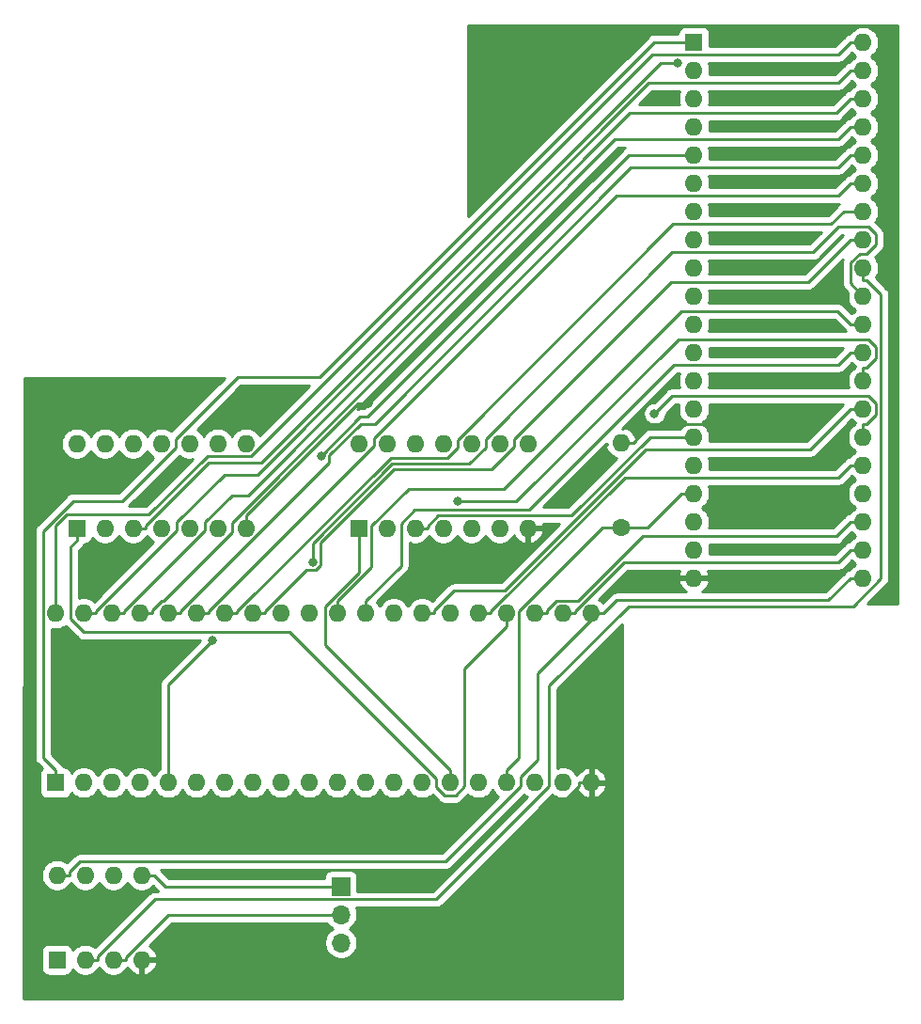
<source format=gbr>
%TF.GenerationSoftware,KiCad,Pcbnew,(5.1.7)-1*%
%TF.CreationDate,2021-07-10T09:41:01+01:00*%
%TF.ProjectId,Apricot-Floppy-Controller-daughter-board,41707269-636f-4742-9d46-6c6f7070792d,rev?*%
%TF.SameCoordinates,Original*%
%TF.FileFunction,Copper,L2,Bot*%
%TF.FilePolarity,Positive*%
%FSLAX46Y46*%
G04 Gerber Fmt 4.6, Leading zero omitted, Abs format (unit mm)*
G04 Created by KiCad (PCBNEW (5.1.7)-1) date 2021-07-10 09:41:01*
%MOMM*%
%LPD*%
G01*
G04 APERTURE LIST*
%TA.AperFunction,ComponentPad*%
%ADD10O,1.600000X1.600000*%
%TD*%
%TA.AperFunction,ComponentPad*%
%ADD11C,1.600000*%
%TD*%
%TA.AperFunction,ComponentPad*%
%ADD12R,1.600000X1.600000*%
%TD*%
%TA.AperFunction,ComponentPad*%
%ADD13O,1.700000X1.700000*%
%TD*%
%TA.AperFunction,ComponentPad*%
%ADD14R,1.700000X1.700000*%
%TD*%
%TA.AperFunction,ViaPad*%
%ADD15C,0.800000*%
%TD*%
%TA.AperFunction,Conductor*%
%ADD16C,0.250000*%
%TD*%
%TA.AperFunction,Conductor*%
%ADD17C,0.254000*%
%TD*%
%TA.AperFunction,Conductor*%
%ADD18C,0.100000*%
%TD*%
G04 APERTURE END LIST*
D10*
%TO.P,R1,2*%
%TO.N,GND*%
X128714000Y-95377000D03*
D11*
%TO.P,R1,1*%
%TO.N,5-8*%
X128714000Y-102997000D03*
%TD*%
D10*
%TO.P,U4,14*%
%TO.N,VCC*%
X105092000Y-95440000D03*
%TO.P,U4,7*%
%TO.N,GND*%
X120332000Y-103060000D03*
%TO.P,U4,13*%
%TO.N,N/C*%
X107632000Y-95440000D03*
%TO.P,U4,6*%
X117792000Y-103060000D03*
%TO.P,U4,12*%
X110172000Y-95440000D03*
%TO.P,U4,5*%
X115252000Y-103060000D03*
%TO.P,U4,11*%
X112712000Y-95440000D03*
%TO.P,U4,4*%
X112712000Y-103060000D03*
%TO.P,U4,10*%
X115252000Y-95440000D03*
%TO.P,U4,3*%
%TO.N,STEP*%
X110172000Y-103060000D03*
%TO.P,U4,9*%
%TO.N,N/C*%
X117792000Y-95440000D03*
%TO.P,U4,2*%
%TO.N,RSTSTEP*%
X107632000Y-103060000D03*
%TO.P,U4,8*%
%TO.N,N/C*%
X120332000Y-95440000D03*
D12*
%TO.P,U4,1*%
%TO.N,CTRLSTEP*%
X105092000Y-103060000D03*
%TD*%
D10*
%TO.P,U3,8*%
%TO.N,VCC*%
X77914500Y-134302000D03*
%TO.P,U3,4*%
%TO.N,GND*%
X85534500Y-141922000D03*
%TO.P,U3,7*%
%TO.N,CTRLRDY*%
X80454500Y-134302000D03*
%TO.P,U3,3*%
%TO.N,_FLPSELDRV0*%
X82994500Y-141922000D03*
%TO.P,U3,6*%
%TO.N,RSTSTEP*%
X82994500Y-134302000D03*
%TO.P,U3,2*%
%TO.N,DRVRDY*%
X80454500Y-141922000D03*
%TO.P,U3,5*%
%TO.N,_FLPMOTORON*%
X85534500Y-134302000D03*
D12*
%TO.P,U3,1*%
%TO.N,Net-(U3-Pad1)*%
X77914500Y-141922000D03*
%TD*%
D10*
%TO.P,U2,14*%
%TO.N,VCC*%
X79692500Y-95440000D03*
%TO.P,U2,7*%
%TO.N,GND*%
X94932500Y-103060000D03*
%TO.P,U2,13*%
%TO.N,N/C*%
X82232500Y-95440000D03*
%TO.P,U2,6*%
%TO.N,GND*%
X92392500Y-103060000D03*
%TO.P,U2,12*%
%TO.N,N/C*%
X84772500Y-95440000D03*
%TO.P,U2,5*%
%TO.N,FEEDBCK*%
X89852500Y-103060000D03*
%TO.P,U2,11*%
%TO.N,N/C*%
X87312500Y-95440000D03*
%TO.P,U2,4*%
%TO.N,GND*%
X87312500Y-103060000D03*
%TO.P,U2,10*%
%TO.N,N/C*%
X89852500Y-95440000D03*
%TO.P,U2,3*%
%TO.N,CLK2M*%
X84772500Y-103060000D03*
%TO.P,U2,9*%
%TO.N,N/C*%
X92392500Y-95440000D03*
%TO.P,U2,2*%
%TO.N,FEEDBCK*%
X82232500Y-103060000D03*
%TO.P,U2,8*%
%TO.N,N/C*%
X94932500Y-95440000D03*
D12*
%TO.P,U2,1*%
%TO.N,CLK1M*%
X79692500Y-103060000D03*
%TD*%
D10*
%TO.P,U1,40*%
%TO.N,HLT*%
X77787500Y-110744000D03*
%TO.P,U1,20*%
%TO.N,GND*%
X126047500Y-125984000D03*
%TO.P,U1,39*%
%TO.N,INTRQ*%
X80327500Y-110744000D03*
%TO.P,U1,19*%
%TO.N,MR*%
X123507500Y-125984000D03*
%TO.P,U1,38*%
%TO.N,DRQ*%
X82867500Y-110744000D03*
%TO.P,U1,18*%
%TO.N,RPW*%
X120967500Y-125984000D03*
%TO.P,U1,37*%
%TO.N,DDEN*%
X85407500Y-110744000D03*
%TO.P,U1,17*%
%TO.N,5-8*%
X118427500Y-125984000D03*
%TO.P,U1,36*%
%TO.N,WPRT*%
X87947500Y-110744000D03*
%TO.P,U1,16*%
%TO.N,DIRC*%
X115887500Y-125984000D03*
%TO.P,U1,35*%
%TO.N,IP*%
X90487500Y-110744000D03*
%TO.P,U1,15*%
%TO.N,CTRLSTEP*%
X113347500Y-125984000D03*
%TO.P,U1,34*%
%TO.N,TR00*%
X93027500Y-110744000D03*
%TO.P,U1,14*%
%TO.N,DAL7*%
X110807500Y-125984000D03*
%TO.P,U1,33*%
%TO.N,WPW*%
X95567500Y-110744000D03*
%TO.P,U1,13*%
%TO.N,DAL6*%
X108267500Y-125984000D03*
%TO.P,U1,32*%
%TO.N,CTRLRDY*%
X98107500Y-110744000D03*
%TO.P,U1,12*%
%TO.N,DAL5*%
X105727500Y-125984000D03*
%TO.P,U1,31*%
%TO.N,WD*%
X100647500Y-110744000D03*
%TO.P,U1,11*%
%TO.N,DAL4*%
X103187500Y-125984000D03*
%TO.P,U1,30*%
%TO.N,WG*%
X103187500Y-110744000D03*
%TO.P,U1,10*%
%TO.N,DAL3*%
X100647500Y-125984000D03*
%TO.P,U1,29*%
%TO.N,TG43*%
X105727500Y-110744000D03*
%TO.P,U1,9*%
%TO.N,DAL2*%
X98107500Y-125984000D03*
%TO.P,U1,28*%
%TO.N,HLD*%
X108267500Y-110744000D03*
%TO.P,U1,8*%
%TO.N,DAL1*%
X95567500Y-125984000D03*
%TO.P,U1,27*%
%TO.N,RAW_READ*%
X110807500Y-110744000D03*
%TO.P,U1,7*%
%TO.N,DAL0*%
X93027500Y-125984000D03*
%TO.P,U1,26*%
%TO.N,VCO*%
X113347500Y-110744000D03*
%TO.P,U1,6*%
%TO.N,A1*%
X90487500Y-125984000D03*
%TO.P,U1,25*%
%TO.N,SSO*%
X115887500Y-110744000D03*
%TO.P,U1,5*%
%TO.N,A0*%
X87947500Y-125984000D03*
%TO.P,U1,24*%
%TO.N,CLK1M*%
X118427500Y-110744000D03*
%TO.P,U1,4*%
%TO.N,RE*%
X85407500Y-125984000D03*
%TO.P,U1,23*%
%TO.N,PUMP*%
X120967500Y-110744000D03*
%TO.P,U1,3*%
%TO.N,CS*%
X82867500Y-125984000D03*
%TO.P,U1,22*%
%TO.N,TEST*%
X123507500Y-110744000D03*
%TO.P,U1,2*%
%TO.N,WE*%
X80327500Y-125984000D03*
%TO.P,U1,21*%
%TO.N,VCC*%
X126047500Y-110744000D03*
D12*
%TO.P,U1,1*%
%TO.N,ENP*%
X77787500Y-125984000D03*
%TD*%
D10*
%TO.P,Socket-1,40*%
%TO.N,HLT*%
X150552000Y-59297000D03*
%TO.P,Socket-1,20*%
%TO.N,GND*%
X135312000Y-107557000D03*
%TO.P,Socket-1,39*%
%TO.N,INTRQ*%
X150552000Y-61837000D03*
%TO.P,Socket-1,19*%
%TO.N,MR*%
X135312000Y-105017000D03*
%TO.P,Socket-1,38*%
%TO.N,DRQ*%
X150552000Y-64377000D03*
%TO.P,Socket-1,18*%
%TO.N,RPW*%
X135312000Y-102477000D03*
%TO.P,Socket-1,37*%
%TO.N,DDEN*%
X150552000Y-66917000D03*
%TO.P,Socket-1,17*%
%TO.N,5-8*%
X135312000Y-99937000D03*
%TO.P,Socket-1,36*%
%TO.N,WPRT*%
X150552000Y-69457000D03*
%TO.P,Socket-1,16*%
%TO.N,DIRC*%
X135312000Y-97397000D03*
%TO.P,Socket-1,35*%
%TO.N,IP*%
X150552000Y-71997000D03*
%TO.P,Socket-1,15*%
%TO.N,STEP*%
X135312000Y-94857000D03*
%TO.P,Socket-1,34*%
%TO.N,TR00*%
X150552000Y-74537000D03*
%TO.P,Socket-1,14*%
%TO.N,DAL7*%
X135312000Y-92317000D03*
%TO.P,Socket-1,33*%
%TO.N,WPW*%
X150552000Y-77077000D03*
%TO.P,Socket-1,13*%
%TO.N,DAL6*%
X135312000Y-89777000D03*
%TO.P,Socket-1,32*%
%TO.N,DRVRDY*%
X150552000Y-79617000D03*
%TO.P,Socket-1,12*%
%TO.N,DAL5*%
X135312000Y-87237000D03*
%TO.P,Socket-1,31*%
%TO.N,WD*%
X150552000Y-82157000D03*
%TO.P,Socket-1,11*%
%TO.N,DAL4*%
X135312000Y-84697000D03*
%TO.P,Socket-1,30*%
%TO.N,WG*%
X150552000Y-84697000D03*
%TO.P,Socket-1,10*%
%TO.N,DAL3*%
X135312000Y-82157000D03*
%TO.P,Socket-1,29*%
%TO.N,TG43*%
X150552000Y-87237000D03*
%TO.P,Socket-1,9*%
%TO.N,DAL2*%
X135312000Y-79617000D03*
%TO.P,Socket-1,28*%
%TO.N,HLD*%
X150552000Y-89777000D03*
%TO.P,Socket-1,8*%
%TO.N,DAL1*%
X135312000Y-77077000D03*
%TO.P,Socket-1,27*%
%TO.N,RAW_READ*%
X150552000Y-92317000D03*
%TO.P,Socket-1,7*%
%TO.N,DAL0*%
X135312000Y-74537000D03*
%TO.P,Socket-1,26*%
%TO.N,VCO*%
X150552000Y-94857000D03*
%TO.P,Socket-1,6*%
%TO.N,A1*%
X135312000Y-71997000D03*
%TO.P,Socket-1,25*%
%TO.N,SSO*%
X150552000Y-97397000D03*
%TO.P,Socket-1,5*%
%TO.N,A0*%
X135312000Y-69457000D03*
%TO.P,Socket-1,24*%
%TO.N,CLK2M*%
X150552000Y-99937000D03*
%TO.P,Socket-1,4*%
%TO.N,RE*%
X135312000Y-66917000D03*
%TO.P,Socket-1,23*%
%TO.N,PUMP*%
X150552000Y-102477000D03*
%TO.P,Socket-1,3*%
%TO.N,CS*%
X135312000Y-64377000D03*
%TO.P,Socket-1,22*%
%TO.N,TEST*%
X150552000Y-105017000D03*
%TO.P,Socket-1,2*%
%TO.N,WE*%
X135312000Y-61837000D03*
%TO.P,Socket-1,21*%
%TO.N,VCC*%
X150552000Y-107557000D03*
D12*
%TO.P,Socket-1,1*%
%TO.N,ENP*%
X135312000Y-59297000D03*
%TD*%
D13*
%TO.P,J2,3*%
%TO.N,Net-(J2-Pad3)*%
X103505000Y-140398000D03*
%TO.P,J2,2*%
%TO.N,_FLPSELDRV0*%
X103505000Y-137858000D03*
D14*
%TO.P,J2,1*%
%TO.N,_FLPMOTORON*%
X103505000Y-135318000D03*
%TD*%
D15*
%TO.N,CLK2M*%
X133793900Y-61181500D03*
%TO.N,GND*%
X105984000Y-91823500D03*
X137613900Y-93722800D03*
X81597500Y-117094000D03*
X81597500Y-106553000D03*
X87335400Y-98910100D03*
X94361000Y-92773500D03*
X108458000Y-134747000D03*
X123126500Y-100457000D03*
X152971500Y-109029500D03*
X143192500Y-104902000D03*
X142938500Y-101282500D03*
X142684500Y-97218500D03*
X145796000Y-89789000D03*
X145859500Y-87185500D03*
X145859500Y-84772500D03*
X145859500Y-82232500D03*
X142430500Y-79565500D03*
X142430500Y-76962000D03*
X142430500Y-74485500D03*
X142367000Y-71882000D03*
X142367000Y-69342000D03*
X142367000Y-66865500D03*
X142303500Y-64389000D03*
X142303500Y-61658500D03*
X142367000Y-58928000D03*
X131699000Y-64325500D03*
X125476000Y-117919500D03*
X85915500Y-128333500D03*
X117856000Y-106108500D03*
%TO.N,WD*%
X100963500Y-106114200D03*
%TO.N,HLD*%
X113982000Y-100663700D03*
%TO.N,VCO*%
X131747900Y-92755900D03*
%TO.N,A0*%
X91902100Y-113181800D03*
X101710900Y-96574500D03*
%TD*%
D16*
%TO.N,CLK1M*%
X79692500Y-103060000D02*
X79692500Y-104185300D01*
X118427500Y-110744000D02*
X118427500Y-111869300D01*
X118427500Y-111869300D02*
X114617500Y-115679300D01*
X114617500Y-115679300D02*
X114617500Y-126334700D01*
X114617500Y-126334700D02*
X113823400Y-127128800D01*
X113823400Y-127128800D02*
X112855200Y-127128800D01*
X112855200Y-127128800D02*
X112077500Y-126351100D01*
X112077500Y-126351100D02*
X112077500Y-125604800D01*
X112077500Y-125604800D02*
X98906900Y-112434200D01*
X98906900Y-112434200D02*
X80352500Y-112434200D01*
X80352500Y-112434200D02*
X79136900Y-111218600D01*
X79136900Y-111218600D02*
X79136900Y-104740900D01*
X79136900Y-104740900D02*
X79692500Y-104185300D01*
%TO.N,CLK2M*%
X85897800Y-103060000D02*
X85897800Y-102855500D01*
X85897800Y-102855500D02*
X91593000Y-97160300D01*
X91593000Y-97160300D02*
X96351100Y-97160300D01*
X96351100Y-97160300D02*
X132329900Y-61181500D01*
X132329900Y-61181500D02*
X133793900Y-61181500D01*
X84772500Y-103060000D02*
X85897800Y-103060000D01*
%TO.N,DRVRDY*%
X80454500Y-141922000D02*
X81579800Y-141922000D01*
X150552000Y-79617000D02*
X150552000Y-80742300D01*
X150552000Y-80742300D02*
X150833300Y-80742300D01*
X150833300Y-80742300D02*
X152145000Y-82054000D01*
X152145000Y-82054000D02*
X152145000Y-107571800D01*
X152145000Y-107571800D02*
X149632200Y-110084600D01*
X149632200Y-110084600D02*
X129425700Y-110084600D01*
X129425700Y-110084600D02*
X122237500Y-117272800D01*
X122237500Y-117272800D02*
X122237500Y-126328600D01*
X122237500Y-126328600D02*
X112072700Y-136493400D01*
X112072700Y-136493400D02*
X86727100Y-136493400D01*
X86727100Y-136493400D02*
X81579800Y-141640700D01*
X81579800Y-141640700D02*
X81579800Y-141922000D01*
%TO.N,HLT*%
X150552000Y-59297000D02*
X149426700Y-59297000D01*
X149426700Y-59297000D02*
X148301400Y-60422300D01*
X148301400Y-60422300D02*
X131541900Y-60422300D01*
X131541900Y-60422300D02*
X95398800Y-96565400D01*
X95398800Y-96565400D02*
X91474200Y-96565400D01*
X91474200Y-96565400D02*
X86205800Y-101833800D01*
X86205800Y-101833800D02*
X78784900Y-101833800D01*
X78784900Y-101833800D02*
X77787500Y-102831200D01*
X77787500Y-102831200D02*
X77787500Y-110744000D01*
%TO.N,GND*%
X105984000Y-91823500D02*
X105043700Y-91823500D01*
X105043700Y-91823500D02*
X94932500Y-101934700D01*
X94932500Y-103060000D02*
X94932500Y-101934700D01*
X129839300Y-95377000D02*
X131493500Y-93722800D01*
X131493500Y-93722800D02*
X137613900Y-93722800D01*
X128714000Y-95377000D02*
X129839300Y-95377000D01*
X126047500Y-125984000D02*
X124922200Y-125984000D01*
X124922200Y-125984000D02*
X124922200Y-126265300D01*
X124922200Y-126265300D02*
X109265500Y-141922000D01*
X109265500Y-141922000D02*
X85534500Y-141922000D01*
%TO.N,INTRQ*%
X80327500Y-110744000D02*
X81452800Y-110744000D01*
X150552000Y-61837000D02*
X149426700Y-61837000D01*
X149426700Y-61837000D02*
X148301400Y-62962300D01*
X148301400Y-62962300D02*
X131232700Y-62962300D01*
X131232700Y-62962300D02*
X95956300Y-98238700D01*
X95956300Y-98238700D02*
X93028000Y-98238700D01*
X93028000Y-98238700D02*
X88727100Y-102539600D01*
X88727100Y-102539600D02*
X88727100Y-103292800D01*
X88727100Y-103292800D02*
X81452800Y-110567100D01*
X81452800Y-110567100D02*
X81452800Y-110744000D01*
%TO.N,DRQ*%
X83992800Y-110744000D02*
X83992800Y-110567100D01*
X83992800Y-110567100D02*
X91267100Y-103292800D01*
X91267100Y-103292800D02*
X91267100Y-102531700D01*
X91267100Y-102531700D02*
X93697300Y-100101500D01*
X93697300Y-100101500D02*
X95126400Y-100101500D01*
X95126400Y-100101500D02*
X129539100Y-65688800D01*
X129539100Y-65688800D02*
X148114900Y-65688800D01*
X148114900Y-65688800D02*
X149426700Y-64377000D01*
X82867500Y-110744000D02*
X83992800Y-110744000D01*
X150552000Y-64377000D02*
X149426700Y-64377000D01*
%TO.N,DDEN*%
X85407500Y-110744000D02*
X86532800Y-110744000D01*
X150552000Y-66917000D02*
X149426700Y-66917000D01*
X149426700Y-66917000D02*
X148301400Y-68042300D01*
X148301400Y-68042300D02*
X128188000Y-68042300D01*
X128188000Y-68042300D02*
X93662500Y-102567800D01*
X93662500Y-102567800D02*
X93662500Y-103455500D01*
X93662500Y-103455500D02*
X87499300Y-109618700D01*
X87499300Y-109618700D02*
X87378400Y-109618700D01*
X87378400Y-109618700D02*
X86532800Y-110464300D01*
X86532800Y-110464300D02*
X86532800Y-110744000D01*
%TO.N,5-8*%
X118427500Y-124858700D02*
X119552800Y-123733400D01*
X119552800Y-123733400D02*
X119552800Y-110515800D01*
X119552800Y-110515800D02*
X127071600Y-102997000D01*
X127071600Y-102997000D02*
X128714000Y-102997000D01*
X118427500Y-125984000D02*
X118427500Y-124858700D01*
X134186700Y-99937000D02*
X131126700Y-102997000D01*
X131126700Y-102997000D02*
X128714000Y-102997000D01*
X135312000Y-99937000D02*
X134186700Y-99937000D01*
%TO.N,WPRT*%
X89072800Y-110744000D02*
X89072800Y-110567100D01*
X89072800Y-110567100D02*
X102436200Y-97203700D01*
X102436200Y-97203700D02*
X102436200Y-96486100D01*
X102436200Y-96486100D02*
X105261400Y-93660900D01*
X105261400Y-93660900D02*
X106535200Y-93660900D01*
X106535200Y-93660900D02*
X129613800Y-70582300D01*
X129613800Y-70582300D02*
X148301400Y-70582300D01*
X148301400Y-70582300D02*
X149426700Y-69457000D01*
X87947500Y-110744000D02*
X89072800Y-110744000D01*
X150552000Y-69457000D02*
X149426700Y-69457000D01*
%TO.N,IP*%
X90487500Y-110744000D02*
X91612800Y-110744000D01*
X150552000Y-71997000D02*
X149426700Y-71997000D01*
X149426700Y-71997000D02*
X148301400Y-73122300D01*
X148301400Y-73122300D02*
X128323400Y-73122300D01*
X128323400Y-73122300D02*
X106506600Y-94939100D01*
X106506600Y-94939100D02*
X106506600Y-95673300D01*
X106506600Y-95673300D02*
X91612800Y-110567100D01*
X91612800Y-110567100D02*
X91612800Y-110744000D01*
%TO.N,STEP*%
X110172000Y-103060000D02*
X111297300Y-103060000D01*
X135312000Y-94857000D02*
X131354700Y-94857000D01*
X131354700Y-94857000D02*
X124277100Y-101934600D01*
X124277100Y-101934600D02*
X112245800Y-101934600D01*
X112245800Y-101934600D02*
X111297300Y-102883100D01*
X111297300Y-102883100D02*
X111297300Y-103060000D01*
%TO.N,TR00*%
X149426700Y-74537000D02*
X148789900Y-74537000D01*
X148789900Y-74537000D02*
X147664600Y-75662300D01*
X147664600Y-75662300D02*
X133434400Y-75662300D01*
X133434400Y-75662300D02*
X113982000Y-95114700D01*
X113982000Y-95114700D02*
X113982000Y-95796400D01*
X113982000Y-95796400D02*
X113071800Y-96706600D01*
X113071800Y-96706600D02*
X107985700Y-96706600D01*
X107985700Y-96706600D02*
X94152800Y-110539500D01*
X94152800Y-110539500D02*
X94152800Y-110744000D01*
X93027500Y-110744000D02*
X94152800Y-110744000D01*
X150552000Y-74537000D02*
X149426700Y-74537000D01*
%TO.N,WPW*%
X96692800Y-110744000D02*
X96692800Y-110539800D01*
X96692800Y-110539800D02*
X100393100Y-106839500D01*
X100393100Y-106839500D02*
X101264000Y-106839500D01*
X101264000Y-106839500D02*
X101688800Y-106414700D01*
X101688800Y-106414700D02*
X101688800Y-104329800D01*
X101688800Y-104329800D02*
X108295200Y-97723400D01*
X108295200Y-97723400D02*
X117106300Y-97723400D01*
X117106300Y-97723400D02*
X119062000Y-95767700D01*
X119062000Y-95767700D02*
X119062000Y-95040900D01*
X119062000Y-95040900D02*
X133215900Y-80887000D01*
X133215900Y-80887000D02*
X145616700Y-80887000D01*
X145616700Y-80887000D02*
X149426700Y-77077000D01*
X95567500Y-110744000D02*
X96692800Y-110744000D01*
X150552000Y-77077000D02*
X149426700Y-77077000D01*
%TO.N,WD*%
X150552000Y-82157000D02*
X149426600Y-81031600D01*
X149426600Y-81031600D02*
X149426600Y-79144900D01*
X149426600Y-79144900D02*
X150224500Y-78347000D01*
X150224500Y-78347000D02*
X150873700Y-78347000D01*
X150873700Y-78347000D02*
X151680900Y-77539800D01*
X151680900Y-77539800D02*
X151680900Y-76593600D01*
X151680900Y-76593600D02*
X151031000Y-75943700D01*
X151031000Y-75943700D02*
X148338300Y-75943700D01*
X148338300Y-75943700D02*
X146044000Y-78238000D01*
X146044000Y-78238000D02*
X133336400Y-78238000D01*
X133336400Y-78238000D02*
X116522000Y-95052400D01*
X116522000Y-95052400D02*
X116522000Y-95809100D01*
X116522000Y-95809100D02*
X115058100Y-97273000D01*
X115058100Y-97273000D02*
X108108700Y-97273000D01*
X108108700Y-97273000D02*
X100963500Y-104418200D01*
X100963500Y-104418200D02*
X100963500Y-106114200D01*
%TO.N,WG*%
X149426700Y-84697000D02*
X148265200Y-83535500D01*
X148265200Y-83535500D02*
X134174600Y-83535500D01*
X134174600Y-83535500D02*
X118201900Y-99508200D01*
X118201900Y-99508200D02*
X109586800Y-99508200D01*
X109586800Y-99508200D02*
X106217400Y-102877600D01*
X106217400Y-102877600D02*
X106217400Y-106588800D01*
X106217400Y-106588800D02*
X103187500Y-109618700D01*
X103187500Y-110744000D02*
X103187500Y-109618700D01*
X150552000Y-84697000D02*
X149426700Y-84697000D01*
%TO.N,TG43*%
X105727500Y-110744000D02*
X105727500Y-109618700D01*
X150552000Y-87237000D02*
X149426700Y-87237000D01*
X149426700Y-87237000D02*
X148301400Y-88362300D01*
X148301400Y-88362300D02*
X133484200Y-88362300D01*
X133484200Y-88362300D02*
X120432300Y-101414200D01*
X120432300Y-101414200D02*
X110160100Y-101414200D01*
X110160100Y-101414200D02*
X108902000Y-102672300D01*
X108902000Y-102672300D02*
X108902000Y-106444200D01*
X108902000Y-106444200D02*
X105727500Y-109618700D01*
%TO.N,HLD*%
X150552000Y-88651700D02*
X150833300Y-88651700D01*
X150833300Y-88651700D02*
X151684000Y-87801000D01*
X151684000Y-87801000D02*
X151684000Y-86756700D01*
X151684000Y-86756700D02*
X151010300Y-86083000D01*
X151010300Y-86083000D02*
X133883500Y-86083000D01*
X133883500Y-86083000D02*
X119302800Y-100663700D01*
X119302800Y-100663700D02*
X113982000Y-100663700D01*
X150552000Y-89777000D02*
X150552000Y-88651700D01*
%TO.N,RAW_READ*%
X149426700Y-92317000D02*
X145761400Y-95982300D01*
X145761400Y-95982300D02*
X130952800Y-95982300D01*
X130952800Y-95982300D02*
X118217000Y-108718100D01*
X118217000Y-108718100D02*
X113677300Y-108718100D01*
X113677300Y-108718100D02*
X111932800Y-110462600D01*
X111932800Y-110462600D02*
X111932800Y-110744000D01*
X110807500Y-110744000D02*
X111932800Y-110744000D01*
X150552000Y-92317000D02*
X149426700Y-92317000D01*
%TO.N,VCO*%
X150552000Y-94857000D02*
X150552000Y-93731700D01*
X150552000Y-93731700D02*
X150833300Y-93731700D01*
X150833300Y-93731700D02*
X151694600Y-92870400D01*
X151694600Y-92870400D02*
X151694600Y-91822300D01*
X151694600Y-91822300D02*
X151016200Y-91143900D01*
X151016200Y-91143900D02*
X133359900Y-91143900D01*
X133359900Y-91143900D02*
X131747900Y-92755900D01*
%TO.N,SSO*%
X115887500Y-110744000D02*
X117012800Y-110744000D01*
X150552000Y-97397000D02*
X149426700Y-97397000D01*
X149426700Y-97397000D02*
X148301400Y-98522300D01*
X148301400Y-98522300D02*
X129057600Y-98522300D01*
X129057600Y-98522300D02*
X117012800Y-110567100D01*
X117012800Y-110567100D02*
X117012800Y-110744000D01*
%TO.N,A0*%
X101710900Y-96574500D02*
X105234100Y-93051300D01*
X105234100Y-93051300D02*
X105871000Y-93051300D01*
X105871000Y-93051300D02*
X129465300Y-69457000D01*
X129465300Y-69457000D02*
X134186700Y-69457000D01*
X135312000Y-69457000D02*
X134186700Y-69457000D01*
X87947500Y-125984000D02*
X87947500Y-117136400D01*
X87947500Y-117136400D02*
X91902100Y-113181800D01*
%TO.N,PUMP*%
X122092800Y-110744000D02*
X122092800Y-110462600D01*
X122092800Y-110462600D02*
X122936700Y-109618700D01*
X122936700Y-109618700D02*
X124839900Y-109618700D01*
X124839900Y-109618700D02*
X130669800Y-103788800D01*
X130669800Y-103788800D02*
X148114900Y-103788800D01*
X148114900Y-103788800D02*
X149426700Y-102477000D01*
X120967500Y-110744000D02*
X122092800Y-110744000D01*
X150552000Y-102477000D02*
X149426700Y-102477000D01*
%TO.N,TEST*%
X124632800Y-110744000D02*
X124632800Y-110539500D01*
X124632800Y-110539500D02*
X129030000Y-106142300D01*
X129030000Y-106142300D02*
X148301400Y-106142300D01*
X148301400Y-106142300D02*
X149426700Y-105017000D01*
X123507500Y-110744000D02*
X124632800Y-110744000D01*
X150552000Y-105017000D02*
X149426700Y-105017000D01*
%TO.N,VCC*%
X126610200Y-110744000D02*
X121199200Y-116155000D01*
X121199200Y-116155000D02*
X121199200Y-123952100D01*
X121199200Y-123952100D02*
X119697500Y-125453800D01*
X119697500Y-125453800D02*
X119697500Y-126305500D01*
X119697500Y-126305500D02*
X112935300Y-133067700D01*
X112935300Y-133067700D02*
X79992500Y-133067700D01*
X79992500Y-133067700D02*
X79039800Y-134020400D01*
X79039800Y-134020400D02*
X79039800Y-134302000D01*
X149426700Y-107557000D02*
X147419500Y-109564200D01*
X147419500Y-109564200D02*
X128352500Y-109564200D01*
X128352500Y-109564200D02*
X128352500Y-109564300D01*
X128352500Y-109564300D02*
X127172800Y-110744000D01*
X77914500Y-134302000D02*
X79039800Y-134302000D01*
X126610200Y-110744000D02*
X127172800Y-110744000D01*
X126047500Y-110744000D02*
X126610200Y-110744000D01*
X150552000Y-107557000D02*
X149426700Y-107557000D01*
%TO.N,ENP*%
X135312000Y-59297000D02*
X131745000Y-59297000D01*
X131745000Y-59297000D02*
X101586200Y-89455800D01*
X101586200Y-89455800D02*
X94180100Y-89455800D01*
X94180100Y-89455800D02*
X88582500Y-95053400D01*
X88582500Y-95053400D02*
X88582500Y-95829800D01*
X88582500Y-95829800D02*
X83810600Y-100601700D01*
X83810600Y-100601700D02*
X79380000Y-100601700D01*
X79380000Y-100601700D02*
X76662200Y-103319500D01*
X76662200Y-103319500D02*
X76662200Y-123733400D01*
X76662200Y-123733400D02*
X77787500Y-124858700D01*
X77787500Y-125984000D02*
X77787500Y-124858700D01*
%TO.N,_FLPSELDRV0*%
X84119800Y-141922000D02*
X84119800Y-141717500D01*
X84119800Y-141717500D02*
X87979300Y-137858000D01*
X87979300Y-137858000D02*
X103505000Y-137858000D01*
X82994500Y-141922000D02*
X84119800Y-141922000D01*
%TO.N,_FLPMOTORON*%
X85534500Y-134302000D02*
X86659800Y-134302000D01*
X103505000Y-135318000D02*
X87675800Y-135318000D01*
X87675800Y-135318000D02*
X86659800Y-134302000D01*
%TO.N,CTRLSTEP*%
X113347500Y-125984000D02*
X113347500Y-124858700D01*
X113347500Y-124858700D02*
X102047600Y-113558800D01*
X102047600Y-113558800D02*
X102047600Y-110121700D01*
X102047600Y-110121700D02*
X105092000Y-107077300D01*
X105092000Y-107077300D02*
X105092000Y-103060000D01*
%TD*%
D17*
%TO.N,GND*%
X88231497Y-94329601D02*
X88227259Y-94325363D01*
X87992227Y-94168320D01*
X87731074Y-94060147D01*
X87453835Y-94005000D01*
X87171165Y-94005000D01*
X86893926Y-94060147D01*
X86632773Y-94168320D01*
X86397741Y-94325363D01*
X86197863Y-94525241D01*
X86042500Y-94757759D01*
X85887137Y-94525241D01*
X85687259Y-94325363D01*
X85452227Y-94168320D01*
X85191074Y-94060147D01*
X84913835Y-94005000D01*
X84631165Y-94005000D01*
X84353926Y-94060147D01*
X84092773Y-94168320D01*
X83857741Y-94325363D01*
X83657863Y-94525241D01*
X83502500Y-94757759D01*
X83347137Y-94525241D01*
X83147259Y-94325363D01*
X82912227Y-94168320D01*
X82651074Y-94060147D01*
X82373835Y-94005000D01*
X82091165Y-94005000D01*
X81813926Y-94060147D01*
X81552773Y-94168320D01*
X81317741Y-94325363D01*
X81117863Y-94525241D01*
X80962500Y-94757759D01*
X80807137Y-94525241D01*
X80607259Y-94325363D01*
X80372227Y-94168320D01*
X80111074Y-94060147D01*
X79833835Y-94005000D01*
X79551165Y-94005000D01*
X79273926Y-94060147D01*
X79012773Y-94168320D01*
X78777741Y-94325363D01*
X78577863Y-94525241D01*
X78420820Y-94760273D01*
X78312647Y-95021426D01*
X78257500Y-95298665D01*
X78257500Y-95581335D01*
X78312647Y-95858574D01*
X78420820Y-96119727D01*
X78577863Y-96354759D01*
X78777741Y-96554637D01*
X79012773Y-96711680D01*
X79273926Y-96819853D01*
X79551165Y-96875000D01*
X79833835Y-96875000D01*
X80111074Y-96819853D01*
X80372227Y-96711680D01*
X80607259Y-96554637D01*
X80807137Y-96354759D01*
X80962500Y-96122241D01*
X81117863Y-96354759D01*
X81317741Y-96554637D01*
X81552773Y-96711680D01*
X81813926Y-96819853D01*
X82091165Y-96875000D01*
X82373835Y-96875000D01*
X82651074Y-96819853D01*
X82912227Y-96711680D01*
X83147259Y-96554637D01*
X83347137Y-96354759D01*
X83502500Y-96122241D01*
X83657863Y-96354759D01*
X83857741Y-96554637D01*
X84092773Y-96711680D01*
X84353926Y-96819853D01*
X84631165Y-96875000D01*
X84913835Y-96875000D01*
X85191074Y-96819853D01*
X85452227Y-96711680D01*
X85687259Y-96554637D01*
X85887137Y-96354759D01*
X86042500Y-96122241D01*
X86197863Y-96354759D01*
X86397741Y-96554637D01*
X86628604Y-96708894D01*
X83495799Y-99841700D01*
X79417333Y-99841700D01*
X79380000Y-99838023D01*
X79342667Y-99841700D01*
X79231014Y-99852697D01*
X79087753Y-99896154D01*
X78955724Y-99966726D01*
X78839999Y-100061699D01*
X78816201Y-100090697D01*
X76151203Y-102755696D01*
X76122199Y-102779499D01*
X76072328Y-102840268D01*
X76027226Y-102895224D01*
X75981813Y-102980185D01*
X75956654Y-103027254D01*
X75913197Y-103170515D01*
X75902200Y-103282168D01*
X75902200Y-103282178D01*
X75898524Y-103319500D01*
X75902200Y-103356822D01*
X75902201Y-123696067D01*
X75898524Y-123733400D01*
X75913198Y-123882385D01*
X75956654Y-124025646D01*
X76027226Y-124157676D01*
X76098356Y-124244347D01*
X76122200Y-124273401D01*
X76151198Y-124297199D01*
X76564051Y-124710053D01*
X76536315Y-124732815D01*
X76456963Y-124829506D01*
X76397998Y-124939820D01*
X76361688Y-125059518D01*
X76349428Y-125184000D01*
X76349428Y-126784000D01*
X76361688Y-126908482D01*
X76397998Y-127028180D01*
X76456963Y-127138494D01*
X76536315Y-127235185D01*
X76633006Y-127314537D01*
X76743320Y-127373502D01*
X76863018Y-127409812D01*
X76987500Y-127422072D01*
X78587500Y-127422072D01*
X78711982Y-127409812D01*
X78831680Y-127373502D01*
X78941994Y-127314537D01*
X79038685Y-127235185D01*
X79118037Y-127138494D01*
X79177002Y-127028180D01*
X79213312Y-126908482D01*
X79214143Y-126900039D01*
X79412741Y-127098637D01*
X79647773Y-127255680D01*
X79908926Y-127363853D01*
X80186165Y-127419000D01*
X80468835Y-127419000D01*
X80746074Y-127363853D01*
X81007227Y-127255680D01*
X81242259Y-127098637D01*
X81442137Y-126898759D01*
X81597500Y-126666241D01*
X81752863Y-126898759D01*
X81952741Y-127098637D01*
X82187773Y-127255680D01*
X82448926Y-127363853D01*
X82726165Y-127419000D01*
X83008835Y-127419000D01*
X83286074Y-127363853D01*
X83547227Y-127255680D01*
X83782259Y-127098637D01*
X83982137Y-126898759D01*
X84137500Y-126666241D01*
X84292863Y-126898759D01*
X84492741Y-127098637D01*
X84727773Y-127255680D01*
X84988926Y-127363853D01*
X85266165Y-127419000D01*
X85548835Y-127419000D01*
X85826074Y-127363853D01*
X86087227Y-127255680D01*
X86322259Y-127098637D01*
X86522137Y-126898759D01*
X86677500Y-126666241D01*
X86832863Y-126898759D01*
X87032741Y-127098637D01*
X87267773Y-127255680D01*
X87528926Y-127363853D01*
X87806165Y-127419000D01*
X88088835Y-127419000D01*
X88366074Y-127363853D01*
X88627227Y-127255680D01*
X88862259Y-127098637D01*
X89062137Y-126898759D01*
X89217500Y-126666241D01*
X89372863Y-126898759D01*
X89572741Y-127098637D01*
X89807773Y-127255680D01*
X90068926Y-127363853D01*
X90346165Y-127419000D01*
X90628835Y-127419000D01*
X90906074Y-127363853D01*
X91167227Y-127255680D01*
X91402259Y-127098637D01*
X91602137Y-126898759D01*
X91757500Y-126666241D01*
X91912863Y-126898759D01*
X92112741Y-127098637D01*
X92347773Y-127255680D01*
X92608926Y-127363853D01*
X92886165Y-127419000D01*
X93168835Y-127419000D01*
X93446074Y-127363853D01*
X93707227Y-127255680D01*
X93942259Y-127098637D01*
X94142137Y-126898759D01*
X94297500Y-126666241D01*
X94452863Y-126898759D01*
X94652741Y-127098637D01*
X94887773Y-127255680D01*
X95148926Y-127363853D01*
X95426165Y-127419000D01*
X95708835Y-127419000D01*
X95986074Y-127363853D01*
X96247227Y-127255680D01*
X96482259Y-127098637D01*
X96682137Y-126898759D01*
X96837500Y-126666241D01*
X96992863Y-126898759D01*
X97192741Y-127098637D01*
X97427773Y-127255680D01*
X97688926Y-127363853D01*
X97966165Y-127419000D01*
X98248835Y-127419000D01*
X98526074Y-127363853D01*
X98787227Y-127255680D01*
X99022259Y-127098637D01*
X99222137Y-126898759D01*
X99377500Y-126666241D01*
X99532863Y-126898759D01*
X99732741Y-127098637D01*
X99967773Y-127255680D01*
X100228926Y-127363853D01*
X100506165Y-127419000D01*
X100788835Y-127419000D01*
X101066074Y-127363853D01*
X101327227Y-127255680D01*
X101562259Y-127098637D01*
X101762137Y-126898759D01*
X101917500Y-126666241D01*
X102072863Y-126898759D01*
X102272741Y-127098637D01*
X102507773Y-127255680D01*
X102768926Y-127363853D01*
X103046165Y-127419000D01*
X103328835Y-127419000D01*
X103606074Y-127363853D01*
X103867227Y-127255680D01*
X104102259Y-127098637D01*
X104302137Y-126898759D01*
X104457500Y-126666241D01*
X104612863Y-126898759D01*
X104812741Y-127098637D01*
X105047773Y-127255680D01*
X105308926Y-127363853D01*
X105586165Y-127419000D01*
X105868835Y-127419000D01*
X106146074Y-127363853D01*
X106407227Y-127255680D01*
X106642259Y-127098637D01*
X106842137Y-126898759D01*
X106997500Y-126666241D01*
X107152863Y-126898759D01*
X107352741Y-127098637D01*
X107587773Y-127255680D01*
X107848926Y-127363853D01*
X108126165Y-127419000D01*
X108408835Y-127419000D01*
X108686074Y-127363853D01*
X108947227Y-127255680D01*
X109182259Y-127098637D01*
X109382137Y-126898759D01*
X109537500Y-126666241D01*
X109692863Y-126898759D01*
X109892741Y-127098637D01*
X110127773Y-127255680D01*
X110388926Y-127363853D01*
X110666165Y-127419000D01*
X110948835Y-127419000D01*
X111226074Y-127363853D01*
X111487227Y-127255680D01*
X111722259Y-127098637D01*
X111736247Y-127084649D01*
X112291401Y-127639802D01*
X112315199Y-127668801D01*
X112344197Y-127692599D01*
X112430923Y-127763774D01*
X112562953Y-127834346D01*
X112706214Y-127877803D01*
X112817867Y-127888800D01*
X112817877Y-127888800D01*
X112855200Y-127892476D01*
X112892523Y-127888800D01*
X113786078Y-127888800D01*
X113823400Y-127892476D01*
X113860722Y-127888800D01*
X113860733Y-127888800D01*
X113972386Y-127877803D01*
X114115647Y-127834346D01*
X114247676Y-127763774D01*
X114363401Y-127668801D01*
X114387203Y-127639798D01*
X114950553Y-127076449D01*
X114972741Y-127098637D01*
X115207773Y-127255680D01*
X115468926Y-127363853D01*
X115746165Y-127419000D01*
X116028835Y-127419000D01*
X116306074Y-127363853D01*
X116567227Y-127255680D01*
X116802259Y-127098637D01*
X117002137Y-126898759D01*
X117157500Y-126666241D01*
X117312863Y-126898759D01*
X117512741Y-127098637D01*
X117702661Y-127225537D01*
X112620499Y-132307700D01*
X80029822Y-132307700D01*
X79992499Y-132304024D01*
X79955176Y-132307700D01*
X79955167Y-132307700D01*
X79843514Y-132318697D01*
X79700253Y-132362154D01*
X79568224Y-132432726D01*
X79452499Y-132527699D01*
X79428701Y-132556697D01*
X78810542Y-133174857D01*
X78594227Y-133030320D01*
X78333074Y-132922147D01*
X78055835Y-132867000D01*
X77773165Y-132867000D01*
X77495926Y-132922147D01*
X77234773Y-133030320D01*
X76999741Y-133187363D01*
X76799863Y-133387241D01*
X76642820Y-133622273D01*
X76534647Y-133883426D01*
X76479500Y-134160665D01*
X76479500Y-134443335D01*
X76534647Y-134720574D01*
X76642820Y-134981727D01*
X76799863Y-135216759D01*
X76999741Y-135416637D01*
X77234773Y-135573680D01*
X77495926Y-135681853D01*
X77773165Y-135737000D01*
X78055835Y-135737000D01*
X78333074Y-135681853D01*
X78594227Y-135573680D01*
X78829259Y-135416637D01*
X79029137Y-135216759D01*
X79136447Y-135056158D01*
X79188786Y-135051003D01*
X79222313Y-135040833D01*
X79339863Y-135216759D01*
X79539741Y-135416637D01*
X79774773Y-135573680D01*
X80035926Y-135681853D01*
X80313165Y-135737000D01*
X80595835Y-135737000D01*
X80873074Y-135681853D01*
X81134227Y-135573680D01*
X81369259Y-135416637D01*
X81569137Y-135216759D01*
X81724500Y-134984241D01*
X81879863Y-135216759D01*
X82079741Y-135416637D01*
X82314773Y-135573680D01*
X82575926Y-135681853D01*
X82853165Y-135737000D01*
X83135835Y-135737000D01*
X83413074Y-135681853D01*
X83674227Y-135573680D01*
X83909259Y-135416637D01*
X84109137Y-135216759D01*
X84264500Y-134984241D01*
X84419863Y-135216759D01*
X84619741Y-135416637D01*
X84854773Y-135573680D01*
X85115926Y-135681853D01*
X85393165Y-135737000D01*
X85675835Y-135737000D01*
X85953074Y-135681853D01*
X86214227Y-135573680D01*
X86449259Y-135416637D01*
X86574447Y-135291449D01*
X87016398Y-135733400D01*
X86764422Y-135733400D01*
X86727099Y-135729724D01*
X86689776Y-135733400D01*
X86689767Y-135733400D01*
X86578114Y-135744397D01*
X86434853Y-135787854D01*
X86302824Y-135858426D01*
X86302822Y-135858427D01*
X86302823Y-135858427D01*
X86216096Y-135929601D01*
X86216092Y-135929605D01*
X86187099Y-135953399D01*
X86163305Y-135982392D01*
X81350722Y-140794977D01*
X81134227Y-140650320D01*
X80873074Y-140542147D01*
X80595835Y-140487000D01*
X80313165Y-140487000D01*
X80035926Y-140542147D01*
X79774773Y-140650320D01*
X79539741Y-140807363D01*
X79341143Y-141005961D01*
X79340312Y-140997518D01*
X79304002Y-140877820D01*
X79245037Y-140767506D01*
X79165685Y-140670815D01*
X79068994Y-140591463D01*
X78958680Y-140532498D01*
X78838982Y-140496188D01*
X78714500Y-140483928D01*
X77114500Y-140483928D01*
X76990018Y-140496188D01*
X76870320Y-140532498D01*
X76760006Y-140591463D01*
X76663315Y-140670815D01*
X76583963Y-140767506D01*
X76524998Y-140877820D01*
X76488688Y-140997518D01*
X76476428Y-141122000D01*
X76476428Y-142722000D01*
X76488688Y-142846482D01*
X76524998Y-142966180D01*
X76583963Y-143076494D01*
X76663315Y-143173185D01*
X76760006Y-143252537D01*
X76870320Y-143311502D01*
X76990018Y-143347812D01*
X77114500Y-143360072D01*
X78714500Y-143360072D01*
X78838982Y-143347812D01*
X78958680Y-143311502D01*
X79068994Y-143252537D01*
X79165685Y-143173185D01*
X79245037Y-143076494D01*
X79304002Y-142966180D01*
X79340312Y-142846482D01*
X79341143Y-142838039D01*
X79539741Y-143036637D01*
X79774773Y-143193680D01*
X80035926Y-143301853D01*
X80313165Y-143357000D01*
X80595835Y-143357000D01*
X80873074Y-143301853D01*
X81134227Y-143193680D01*
X81369259Y-143036637D01*
X81569137Y-142836759D01*
X81676447Y-142676158D01*
X81728786Y-142671003D01*
X81762313Y-142660833D01*
X81879863Y-142836759D01*
X82079741Y-143036637D01*
X82314773Y-143193680D01*
X82575926Y-143301853D01*
X82853165Y-143357000D01*
X83135835Y-143357000D01*
X83413074Y-143301853D01*
X83674227Y-143193680D01*
X83909259Y-143036637D01*
X84109137Y-142836759D01*
X84216447Y-142676158D01*
X84268786Y-142671003D01*
X84310820Y-142658252D01*
X84382115Y-142777131D01*
X84571086Y-142985519D01*
X84797080Y-143153037D01*
X85051413Y-143273246D01*
X85185461Y-143313904D01*
X85407500Y-143191915D01*
X85407500Y-142049000D01*
X85661500Y-142049000D01*
X85661500Y-143191915D01*
X85883539Y-143313904D01*
X86017587Y-143273246D01*
X86271920Y-143153037D01*
X86497914Y-142985519D01*
X86686885Y-142777131D01*
X86831570Y-142535881D01*
X86926409Y-142271040D01*
X86805124Y-142049000D01*
X85661500Y-142049000D01*
X85407500Y-142049000D01*
X85387500Y-142049000D01*
X85387500Y-141795000D01*
X85407500Y-141795000D01*
X85407500Y-141775000D01*
X85661500Y-141775000D01*
X85661500Y-141795000D01*
X86805124Y-141795000D01*
X86926409Y-141572960D01*
X86831570Y-141308119D01*
X86686885Y-141066869D01*
X86497914Y-140858481D01*
X86271920Y-140690963D01*
X86237437Y-140674665D01*
X88294102Y-138618000D01*
X102226822Y-138618000D01*
X102351525Y-138804632D01*
X102558368Y-139011475D01*
X102732760Y-139128000D01*
X102558368Y-139244525D01*
X102351525Y-139451368D01*
X102189010Y-139694589D01*
X102077068Y-139964842D01*
X102020000Y-140251740D01*
X102020000Y-140544260D01*
X102077068Y-140831158D01*
X102189010Y-141101411D01*
X102351525Y-141344632D01*
X102558368Y-141551475D01*
X102801589Y-141713990D01*
X103071842Y-141825932D01*
X103358740Y-141883000D01*
X103651260Y-141883000D01*
X103938158Y-141825932D01*
X104208411Y-141713990D01*
X104451632Y-141551475D01*
X104658475Y-141344632D01*
X104820990Y-141101411D01*
X104932932Y-140831158D01*
X104990000Y-140544260D01*
X104990000Y-140251740D01*
X104932932Y-139964842D01*
X104820990Y-139694589D01*
X104658475Y-139451368D01*
X104451632Y-139244525D01*
X104277240Y-139128000D01*
X104451632Y-139011475D01*
X104658475Y-138804632D01*
X104820990Y-138561411D01*
X104932932Y-138291158D01*
X104990000Y-138004260D01*
X104990000Y-137711740D01*
X104932932Y-137424842D01*
X104861919Y-137253400D01*
X112035378Y-137253400D01*
X112072700Y-137257076D01*
X112110022Y-137253400D01*
X112110033Y-137253400D01*
X112221686Y-137242403D01*
X112364947Y-137198946D01*
X112496976Y-137128374D01*
X112612701Y-137033401D01*
X112636504Y-137004397D01*
X122567503Y-127073399D01*
X122592741Y-127098637D01*
X122827773Y-127255680D01*
X123088926Y-127363853D01*
X123366165Y-127419000D01*
X123648835Y-127419000D01*
X123926074Y-127363853D01*
X124187227Y-127255680D01*
X124422259Y-127098637D01*
X124622137Y-126898759D01*
X124779180Y-126663727D01*
X124783567Y-126653135D01*
X124895115Y-126839131D01*
X125084086Y-127047519D01*
X125310080Y-127215037D01*
X125564413Y-127335246D01*
X125698461Y-127375904D01*
X125920500Y-127253915D01*
X125920500Y-126111000D01*
X126174500Y-126111000D01*
X126174500Y-127253915D01*
X126396539Y-127375904D01*
X126530587Y-127335246D01*
X126784920Y-127215037D01*
X127010914Y-127047519D01*
X127199885Y-126839131D01*
X127344570Y-126597881D01*
X127439409Y-126333040D01*
X127318124Y-126111000D01*
X126174500Y-126111000D01*
X125920500Y-126111000D01*
X125900500Y-126111000D01*
X125900500Y-125857000D01*
X125920500Y-125857000D01*
X125920500Y-124714085D01*
X126174500Y-124714085D01*
X126174500Y-125857000D01*
X127318124Y-125857000D01*
X127439409Y-125634960D01*
X127344570Y-125370119D01*
X127199885Y-125128869D01*
X127010914Y-124920481D01*
X126784920Y-124752963D01*
X126530587Y-124632754D01*
X126396539Y-124592096D01*
X126174500Y-124714085D01*
X125920500Y-124714085D01*
X125698461Y-124592096D01*
X125564413Y-124632754D01*
X125310080Y-124752963D01*
X125084086Y-124920481D01*
X124895115Y-125128869D01*
X124783567Y-125314865D01*
X124779180Y-125304273D01*
X124622137Y-125069241D01*
X124422259Y-124869363D01*
X124187227Y-124712320D01*
X123926074Y-124604147D01*
X123648835Y-124549000D01*
X123366165Y-124549000D01*
X123088926Y-124604147D01*
X122997500Y-124642017D01*
X122997500Y-117587601D01*
X128880000Y-111705102D01*
X128880001Y-145390000D01*
X74892233Y-145390000D01*
X74954266Y-89560000D01*
X93001098Y-89560000D01*
X88231497Y-94329601D01*
%TA.AperFunction,Conductor*%
D18*
G36*
X88231497Y-94329601D02*
G01*
X88227259Y-94325363D01*
X87992227Y-94168320D01*
X87731074Y-94060147D01*
X87453835Y-94005000D01*
X87171165Y-94005000D01*
X86893926Y-94060147D01*
X86632773Y-94168320D01*
X86397741Y-94325363D01*
X86197863Y-94525241D01*
X86042500Y-94757759D01*
X85887137Y-94525241D01*
X85687259Y-94325363D01*
X85452227Y-94168320D01*
X85191074Y-94060147D01*
X84913835Y-94005000D01*
X84631165Y-94005000D01*
X84353926Y-94060147D01*
X84092773Y-94168320D01*
X83857741Y-94325363D01*
X83657863Y-94525241D01*
X83502500Y-94757759D01*
X83347137Y-94525241D01*
X83147259Y-94325363D01*
X82912227Y-94168320D01*
X82651074Y-94060147D01*
X82373835Y-94005000D01*
X82091165Y-94005000D01*
X81813926Y-94060147D01*
X81552773Y-94168320D01*
X81317741Y-94325363D01*
X81117863Y-94525241D01*
X80962500Y-94757759D01*
X80807137Y-94525241D01*
X80607259Y-94325363D01*
X80372227Y-94168320D01*
X80111074Y-94060147D01*
X79833835Y-94005000D01*
X79551165Y-94005000D01*
X79273926Y-94060147D01*
X79012773Y-94168320D01*
X78777741Y-94325363D01*
X78577863Y-94525241D01*
X78420820Y-94760273D01*
X78312647Y-95021426D01*
X78257500Y-95298665D01*
X78257500Y-95581335D01*
X78312647Y-95858574D01*
X78420820Y-96119727D01*
X78577863Y-96354759D01*
X78777741Y-96554637D01*
X79012773Y-96711680D01*
X79273926Y-96819853D01*
X79551165Y-96875000D01*
X79833835Y-96875000D01*
X80111074Y-96819853D01*
X80372227Y-96711680D01*
X80607259Y-96554637D01*
X80807137Y-96354759D01*
X80962500Y-96122241D01*
X81117863Y-96354759D01*
X81317741Y-96554637D01*
X81552773Y-96711680D01*
X81813926Y-96819853D01*
X82091165Y-96875000D01*
X82373835Y-96875000D01*
X82651074Y-96819853D01*
X82912227Y-96711680D01*
X83147259Y-96554637D01*
X83347137Y-96354759D01*
X83502500Y-96122241D01*
X83657863Y-96354759D01*
X83857741Y-96554637D01*
X84092773Y-96711680D01*
X84353926Y-96819853D01*
X84631165Y-96875000D01*
X84913835Y-96875000D01*
X85191074Y-96819853D01*
X85452227Y-96711680D01*
X85687259Y-96554637D01*
X85887137Y-96354759D01*
X86042500Y-96122241D01*
X86197863Y-96354759D01*
X86397741Y-96554637D01*
X86628604Y-96708894D01*
X83495799Y-99841700D01*
X79417333Y-99841700D01*
X79380000Y-99838023D01*
X79342667Y-99841700D01*
X79231014Y-99852697D01*
X79087753Y-99896154D01*
X78955724Y-99966726D01*
X78839999Y-100061699D01*
X78816201Y-100090697D01*
X76151203Y-102755696D01*
X76122199Y-102779499D01*
X76072328Y-102840268D01*
X76027226Y-102895224D01*
X75981813Y-102980185D01*
X75956654Y-103027254D01*
X75913197Y-103170515D01*
X75902200Y-103282168D01*
X75902200Y-103282178D01*
X75898524Y-103319500D01*
X75902200Y-103356822D01*
X75902201Y-123696067D01*
X75898524Y-123733400D01*
X75913198Y-123882385D01*
X75956654Y-124025646D01*
X76027226Y-124157676D01*
X76098356Y-124244347D01*
X76122200Y-124273401D01*
X76151198Y-124297199D01*
X76564051Y-124710053D01*
X76536315Y-124732815D01*
X76456963Y-124829506D01*
X76397998Y-124939820D01*
X76361688Y-125059518D01*
X76349428Y-125184000D01*
X76349428Y-126784000D01*
X76361688Y-126908482D01*
X76397998Y-127028180D01*
X76456963Y-127138494D01*
X76536315Y-127235185D01*
X76633006Y-127314537D01*
X76743320Y-127373502D01*
X76863018Y-127409812D01*
X76987500Y-127422072D01*
X78587500Y-127422072D01*
X78711982Y-127409812D01*
X78831680Y-127373502D01*
X78941994Y-127314537D01*
X79038685Y-127235185D01*
X79118037Y-127138494D01*
X79177002Y-127028180D01*
X79213312Y-126908482D01*
X79214143Y-126900039D01*
X79412741Y-127098637D01*
X79647773Y-127255680D01*
X79908926Y-127363853D01*
X80186165Y-127419000D01*
X80468835Y-127419000D01*
X80746074Y-127363853D01*
X81007227Y-127255680D01*
X81242259Y-127098637D01*
X81442137Y-126898759D01*
X81597500Y-126666241D01*
X81752863Y-126898759D01*
X81952741Y-127098637D01*
X82187773Y-127255680D01*
X82448926Y-127363853D01*
X82726165Y-127419000D01*
X83008835Y-127419000D01*
X83286074Y-127363853D01*
X83547227Y-127255680D01*
X83782259Y-127098637D01*
X83982137Y-126898759D01*
X84137500Y-126666241D01*
X84292863Y-126898759D01*
X84492741Y-127098637D01*
X84727773Y-127255680D01*
X84988926Y-127363853D01*
X85266165Y-127419000D01*
X85548835Y-127419000D01*
X85826074Y-127363853D01*
X86087227Y-127255680D01*
X86322259Y-127098637D01*
X86522137Y-126898759D01*
X86677500Y-126666241D01*
X86832863Y-126898759D01*
X87032741Y-127098637D01*
X87267773Y-127255680D01*
X87528926Y-127363853D01*
X87806165Y-127419000D01*
X88088835Y-127419000D01*
X88366074Y-127363853D01*
X88627227Y-127255680D01*
X88862259Y-127098637D01*
X89062137Y-126898759D01*
X89217500Y-126666241D01*
X89372863Y-126898759D01*
X89572741Y-127098637D01*
X89807773Y-127255680D01*
X90068926Y-127363853D01*
X90346165Y-127419000D01*
X90628835Y-127419000D01*
X90906074Y-127363853D01*
X91167227Y-127255680D01*
X91402259Y-127098637D01*
X91602137Y-126898759D01*
X91757500Y-126666241D01*
X91912863Y-126898759D01*
X92112741Y-127098637D01*
X92347773Y-127255680D01*
X92608926Y-127363853D01*
X92886165Y-127419000D01*
X93168835Y-127419000D01*
X93446074Y-127363853D01*
X93707227Y-127255680D01*
X93942259Y-127098637D01*
X94142137Y-126898759D01*
X94297500Y-126666241D01*
X94452863Y-126898759D01*
X94652741Y-127098637D01*
X94887773Y-127255680D01*
X95148926Y-127363853D01*
X95426165Y-127419000D01*
X95708835Y-127419000D01*
X95986074Y-127363853D01*
X96247227Y-127255680D01*
X96482259Y-127098637D01*
X96682137Y-126898759D01*
X96837500Y-126666241D01*
X96992863Y-126898759D01*
X97192741Y-127098637D01*
X97427773Y-127255680D01*
X97688926Y-127363853D01*
X97966165Y-127419000D01*
X98248835Y-127419000D01*
X98526074Y-127363853D01*
X98787227Y-127255680D01*
X99022259Y-127098637D01*
X99222137Y-126898759D01*
X99377500Y-126666241D01*
X99532863Y-126898759D01*
X99732741Y-127098637D01*
X99967773Y-127255680D01*
X100228926Y-127363853D01*
X100506165Y-127419000D01*
X100788835Y-127419000D01*
X101066074Y-127363853D01*
X101327227Y-127255680D01*
X101562259Y-127098637D01*
X101762137Y-126898759D01*
X101917500Y-126666241D01*
X102072863Y-126898759D01*
X102272741Y-127098637D01*
X102507773Y-127255680D01*
X102768926Y-127363853D01*
X103046165Y-127419000D01*
X103328835Y-127419000D01*
X103606074Y-127363853D01*
X103867227Y-127255680D01*
X104102259Y-127098637D01*
X104302137Y-126898759D01*
X104457500Y-126666241D01*
X104612863Y-126898759D01*
X104812741Y-127098637D01*
X105047773Y-127255680D01*
X105308926Y-127363853D01*
X105586165Y-127419000D01*
X105868835Y-127419000D01*
X106146074Y-127363853D01*
X106407227Y-127255680D01*
X106642259Y-127098637D01*
X106842137Y-126898759D01*
X106997500Y-126666241D01*
X107152863Y-126898759D01*
X107352741Y-127098637D01*
X107587773Y-127255680D01*
X107848926Y-127363853D01*
X108126165Y-127419000D01*
X108408835Y-127419000D01*
X108686074Y-127363853D01*
X108947227Y-127255680D01*
X109182259Y-127098637D01*
X109382137Y-126898759D01*
X109537500Y-126666241D01*
X109692863Y-126898759D01*
X109892741Y-127098637D01*
X110127773Y-127255680D01*
X110388926Y-127363853D01*
X110666165Y-127419000D01*
X110948835Y-127419000D01*
X111226074Y-127363853D01*
X111487227Y-127255680D01*
X111722259Y-127098637D01*
X111736247Y-127084649D01*
X112291401Y-127639802D01*
X112315199Y-127668801D01*
X112344197Y-127692599D01*
X112430923Y-127763774D01*
X112562953Y-127834346D01*
X112706214Y-127877803D01*
X112817867Y-127888800D01*
X112817877Y-127888800D01*
X112855200Y-127892476D01*
X112892523Y-127888800D01*
X113786078Y-127888800D01*
X113823400Y-127892476D01*
X113860722Y-127888800D01*
X113860733Y-127888800D01*
X113972386Y-127877803D01*
X114115647Y-127834346D01*
X114247676Y-127763774D01*
X114363401Y-127668801D01*
X114387203Y-127639798D01*
X114950553Y-127076449D01*
X114972741Y-127098637D01*
X115207773Y-127255680D01*
X115468926Y-127363853D01*
X115746165Y-127419000D01*
X116028835Y-127419000D01*
X116306074Y-127363853D01*
X116567227Y-127255680D01*
X116802259Y-127098637D01*
X117002137Y-126898759D01*
X117157500Y-126666241D01*
X117312863Y-126898759D01*
X117512741Y-127098637D01*
X117702661Y-127225537D01*
X112620499Y-132307700D01*
X80029822Y-132307700D01*
X79992499Y-132304024D01*
X79955176Y-132307700D01*
X79955167Y-132307700D01*
X79843514Y-132318697D01*
X79700253Y-132362154D01*
X79568224Y-132432726D01*
X79452499Y-132527699D01*
X79428701Y-132556697D01*
X78810542Y-133174857D01*
X78594227Y-133030320D01*
X78333074Y-132922147D01*
X78055835Y-132867000D01*
X77773165Y-132867000D01*
X77495926Y-132922147D01*
X77234773Y-133030320D01*
X76999741Y-133187363D01*
X76799863Y-133387241D01*
X76642820Y-133622273D01*
X76534647Y-133883426D01*
X76479500Y-134160665D01*
X76479500Y-134443335D01*
X76534647Y-134720574D01*
X76642820Y-134981727D01*
X76799863Y-135216759D01*
X76999741Y-135416637D01*
X77234773Y-135573680D01*
X77495926Y-135681853D01*
X77773165Y-135737000D01*
X78055835Y-135737000D01*
X78333074Y-135681853D01*
X78594227Y-135573680D01*
X78829259Y-135416637D01*
X79029137Y-135216759D01*
X79136447Y-135056158D01*
X79188786Y-135051003D01*
X79222313Y-135040833D01*
X79339863Y-135216759D01*
X79539741Y-135416637D01*
X79774773Y-135573680D01*
X80035926Y-135681853D01*
X80313165Y-135737000D01*
X80595835Y-135737000D01*
X80873074Y-135681853D01*
X81134227Y-135573680D01*
X81369259Y-135416637D01*
X81569137Y-135216759D01*
X81724500Y-134984241D01*
X81879863Y-135216759D01*
X82079741Y-135416637D01*
X82314773Y-135573680D01*
X82575926Y-135681853D01*
X82853165Y-135737000D01*
X83135835Y-135737000D01*
X83413074Y-135681853D01*
X83674227Y-135573680D01*
X83909259Y-135416637D01*
X84109137Y-135216759D01*
X84264500Y-134984241D01*
X84419863Y-135216759D01*
X84619741Y-135416637D01*
X84854773Y-135573680D01*
X85115926Y-135681853D01*
X85393165Y-135737000D01*
X85675835Y-135737000D01*
X85953074Y-135681853D01*
X86214227Y-135573680D01*
X86449259Y-135416637D01*
X86574447Y-135291449D01*
X87016398Y-135733400D01*
X86764422Y-135733400D01*
X86727099Y-135729724D01*
X86689776Y-135733400D01*
X86689767Y-135733400D01*
X86578114Y-135744397D01*
X86434853Y-135787854D01*
X86302824Y-135858426D01*
X86302822Y-135858427D01*
X86302823Y-135858427D01*
X86216096Y-135929601D01*
X86216092Y-135929605D01*
X86187099Y-135953399D01*
X86163305Y-135982392D01*
X81350722Y-140794977D01*
X81134227Y-140650320D01*
X80873074Y-140542147D01*
X80595835Y-140487000D01*
X80313165Y-140487000D01*
X80035926Y-140542147D01*
X79774773Y-140650320D01*
X79539741Y-140807363D01*
X79341143Y-141005961D01*
X79340312Y-140997518D01*
X79304002Y-140877820D01*
X79245037Y-140767506D01*
X79165685Y-140670815D01*
X79068994Y-140591463D01*
X78958680Y-140532498D01*
X78838982Y-140496188D01*
X78714500Y-140483928D01*
X77114500Y-140483928D01*
X76990018Y-140496188D01*
X76870320Y-140532498D01*
X76760006Y-140591463D01*
X76663315Y-140670815D01*
X76583963Y-140767506D01*
X76524998Y-140877820D01*
X76488688Y-140997518D01*
X76476428Y-141122000D01*
X76476428Y-142722000D01*
X76488688Y-142846482D01*
X76524998Y-142966180D01*
X76583963Y-143076494D01*
X76663315Y-143173185D01*
X76760006Y-143252537D01*
X76870320Y-143311502D01*
X76990018Y-143347812D01*
X77114500Y-143360072D01*
X78714500Y-143360072D01*
X78838982Y-143347812D01*
X78958680Y-143311502D01*
X79068994Y-143252537D01*
X79165685Y-143173185D01*
X79245037Y-143076494D01*
X79304002Y-142966180D01*
X79340312Y-142846482D01*
X79341143Y-142838039D01*
X79539741Y-143036637D01*
X79774773Y-143193680D01*
X80035926Y-143301853D01*
X80313165Y-143357000D01*
X80595835Y-143357000D01*
X80873074Y-143301853D01*
X81134227Y-143193680D01*
X81369259Y-143036637D01*
X81569137Y-142836759D01*
X81676447Y-142676158D01*
X81728786Y-142671003D01*
X81762313Y-142660833D01*
X81879863Y-142836759D01*
X82079741Y-143036637D01*
X82314773Y-143193680D01*
X82575926Y-143301853D01*
X82853165Y-143357000D01*
X83135835Y-143357000D01*
X83413074Y-143301853D01*
X83674227Y-143193680D01*
X83909259Y-143036637D01*
X84109137Y-142836759D01*
X84216447Y-142676158D01*
X84268786Y-142671003D01*
X84310820Y-142658252D01*
X84382115Y-142777131D01*
X84571086Y-142985519D01*
X84797080Y-143153037D01*
X85051413Y-143273246D01*
X85185461Y-143313904D01*
X85407500Y-143191915D01*
X85407500Y-142049000D01*
X85661500Y-142049000D01*
X85661500Y-143191915D01*
X85883539Y-143313904D01*
X86017587Y-143273246D01*
X86271920Y-143153037D01*
X86497914Y-142985519D01*
X86686885Y-142777131D01*
X86831570Y-142535881D01*
X86926409Y-142271040D01*
X86805124Y-142049000D01*
X85661500Y-142049000D01*
X85407500Y-142049000D01*
X85387500Y-142049000D01*
X85387500Y-141795000D01*
X85407500Y-141795000D01*
X85407500Y-141775000D01*
X85661500Y-141775000D01*
X85661500Y-141795000D01*
X86805124Y-141795000D01*
X86926409Y-141572960D01*
X86831570Y-141308119D01*
X86686885Y-141066869D01*
X86497914Y-140858481D01*
X86271920Y-140690963D01*
X86237437Y-140674665D01*
X88294102Y-138618000D01*
X102226822Y-138618000D01*
X102351525Y-138804632D01*
X102558368Y-139011475D01*
X102732760Y-139128000D01*
X102558368Y-139244525D01*
X102351525Y-139451368D01*
X102189010Y-139694589D01*
X102077068Y-139964842D01*
X102020000Y-140251740D01*
X102020000Y-140544260D01*
X102077068Y-140831158D01*
X102189010Y-141101411D01*
X102351525Y-141344632D01*
X102558368Y-141551475D01*
X102801589Y-141713990D01*
X103071842Y-141825932D01*
X103358740Y-141883000D01*
X103651260Y-141883000D01*
X103938158Y-141825932D01*
X104208411Y-141713990D01*
X104451632Y-141551475D01*
X104658475Y-141344632D01*
X104820990Y-141101411D01*
X104932932Y-140831158D01*
X104990000Y-140544260D01*
X104990000Y-140251740D01*
X104932932Y-139964842D01*
X104820990Y-139694589D01*
X104658475Y-139451368D01*
X104451632Y-139244525D01*
X104277240Y-139128000D01*
X104451632Y-139011475D01*
X104658475Y-138804632D01*
X104820990Y-138561411D01*
X104932932Y-138291158D01*
X104990000Y-138004260D01*
X104990000Y-137711740D01*
X104932932Y-137424842D01*
X104861919Y-137253400D01*
X112035378Y-137253400D01*
X112072700Y-137257076D01*
X112110022Y-137253400D01*
X112110033Y-137253400D01*
X112221686Y-137242403D01*
X112364947Y-137198946D01*
X112496976Y-137128374D01*
X112612701Y-137033401D01*
X112636504Y-137004397D01*
X122567503Y-127073399D01*
X122592741Y-127098637D01*
X122827773Y-127255680D01*
X123088926Y-127363853D01*
X123366165Y-127419000D01*
X123648835Y-127419000D01*
X123926074Y-127363853D01*
X124187227Y-127255680D01*
X124422259Y-127098637D01*
X124622137Y-126898759D01*
X124779180Y-126663727D01*
X124783567Y-126653135D01*
X124895115Y-126839131D01*
X125084086Y-127047519D01*
X125310080Y-127215037D01*
X125564413Y-127335246D01*
X125698461Y-127375904D01*
X125920500Y-127253915D01*
X125920500Y-126111000D01*
X126174500Y-126111000D01*
X126174500Y-127253915D01*
X126396539Y-127375904D01*
X126530587Y-127335246D01*
X126784920Y-127215037D01*
X127010914Y-127047519D01*
X127199885Y-126839131D01*
X127344570Y-126597881D01*
X127439409Y-126333040D01*
X127318124Y-126111000D01*
X126174500Y-126111000D01*
X125920500Y-126111000D01*
X125900500Y-126111000D01*
X125900500Y-125857000D01*
X125920500Y-125857000D01*
X125920500Y-124714085D01*
X126174500Y-124714085D01*
X126174500Y-125857000D01*
X127318124Y-125857000D01*
X127439409Y-125634960D01*
X127344570Y-125370119D01*
X127199885Y-125128869D01*
X127010914Y-124920481D01*
X126784920Y-124752963D01*
X126530587Y-124632754D01*
X126396539Y-124592096D01*
X126174500Y-124714085D01*
X125920500Y-124714085D01*
X125698461Y-124592096D01*
X125564413Y-124632754D01*
X125310080Y-124752963D01*
X125084086Y-124920481D01*
X124895115Y-125128869D01*
X124783567Y-125314865D01*
X124779180Y-125304273D01*
X124622137Y-125069241D01*
X124422259Y-124869363D01*
X124187227Y-124712320D01*
X123926074Y-124604147D01*
X123648835Y-124549000D01*
X123366165Y-124549000D01*
X123088926Y-124604147D01*
X122997500Y-124642017D01*
X122997500Y-117587601D01*
X128880000Y-111705102D01*
X128880001Y-145390000D01*
X74892233Y-145390000D01*
X74954266Y-89560000D01*
X93001098Y-89560000D01*
X88231497Y-94329601D01*
G37*
%TD.AperFunction*%
D17*
X120052741Y-127098637D02*
X120256508Y-127234790D01*
X111757899Y-135733400D01*
X104993072Y-135733400D01*
X104993072Y-134468000D01*
X104980812Y-134343518D01*
X104944502Y-134223820D01*
X104885537Y-134113506D01*
X104806185Y-134016815D01*
X104709494Y-133937463D01*
X104599180Y-133878498D01*
X104479482Y-133842188D01*
X104355000Y-133829928D01*
X102655000Y-133829928D01*
X102530518Y-133842188D01*
X102410820Y-133878498D01*
X102300506Y-133937463D01*
X102203815Y-134016815D01*
X102124463Y-134113506D01*
X102065498Y-134223820D01*
X102029188Y-134343518D01*
X102016928Y-134468000D01*
X102016928Y-134558000D01*
X87990602Y-134558000D01*
X87260301Y-133827700D01*
X112897978Y-133827700D01*
X112935300Y-133831376D01*
X112972622Y-133827700D01*
X112972633Y-133827700D01*
X113084286Y-133816703D01*
X113227547Y-133773246D01*
X113359576Y-133702674D01*
X113475301Y-133607701D01*
X113499104Y-133578697D01*
X120015953Y-127061849D01*
X120052741Y-127098637D01*
%TA.AperFunction,Conductor*%
D18*
G36*
X120052741Y-127098637D02*
G01*
X120256508Y-127234790D01*
X111757899Y-135733400D01*
X104993072Y-135733400D01*
X104993072Y-134468000D01*
X104980812Y-134343518D01*
X104944502Y-134223820D01*
X104885537Y-134113506D01*
X104806185Y-134016815D01*
X104709494Y-133937463D01*
X104599180Y-133878498D01*
X104479482Y-133842188D01*
X104355000Y-133829928D01*
X102655000Y-133829928D01*
X102530518Y-133842188D01*
X102410820Y-133878498D01*
X102300506Y-133937463D01*
X102203815Y-134016815D01*
X102124463Y-134113506D01*
X102065498Y-134223820D01*
X102029188Y-134343518D01*
X102016928Y-134468000D01*
X102016928Y-134558000D01*
X87990602Y-134558000D01*
X87260301Y-133827700D01*
X112897978Y-133827700D01*
X112935300Y-133831376D01*
X112972622Y-133827700D01*
X112972633Y-133827700D01*
X113084286Y-133816703D01*
X113227547Y-133773246D01*
X113359576Y-133702674D01*
X113475301Y-133607701D01*
X113499104Y-133578697D01*
X120015953Y-127061849D01*
X120052741Y-127098637D01*
G37*
%TD.AperFunction*%
D17*
X79788700Y-112945202D02*
X79812499Y-112974201D01*
X79841497Y-112997999D01*
X79928223Y-113069174D01*
X80050483Y-113134524D01*
X80060253Y-113139746D01*
X80203514Y-113183203D01*
X80315167Y-113194200D01*
X80315177Y-113194200D01*
X80352499Y-113197876D01*
X80389822Y-113194200D01*
X90814898Y-113194200D01*
X87436498Y-116572601D01*
X87407500Y-116596399D01*
X87383702Y-116625397D01*
X87383701Y-116625398D01*
X87312526Y-116712124D01*
X87241954Y-116844154D01*
X87198498Y-116987415D01*
X87183824Y-117136400D01*
X87187501Y-117173732D01*
X87187500Y-124765956D01*
X87032741Y-124869363D01*
X86832863Y-125069241D01*
X86677500Y-125301759D01*
X86522137Y-125069241D01*
X86322259Y-124869363D01*
X86087227Y-124712320D01*
X85826074Y-124604147D01*
X85548835Y-124549000D01*
X85266165Y-124549000D01*
X84988926Y-124604147D01*
X84727773Y-124712320D01*
X84492741Y-124869363D01*
X84292863Y-125069241D01*
X84137500Y-125301759D01*
X83982137Y-125069241D01*
X83782259Y-124869363D01*
X83547227Y-124712320D01*
X83286074Y-124604147D01*
X83008835Y-124549000D01*
X82726165Y-124549000D01*
X82448926Y-124604147D01*
X82187773Y-124712320D01*
X81952741Y-124869363D01*
X81752863Y-125069241D01*
X81597500Y-125301759D01*
X81442137Y-125069241D01*
X81242259Y-124869363D01*
X81007227Y-124712320D01*
X80746074Y-124604147D01*
X80468835Y-124549000D01*
X80186165Y-124549000D01*
X79908926Y-124604147D01*
X79647773Y-124712320D01*
X79412741Y-124869363D01*
X79214143Y-125067961D01*
X79213312Y-125059518D01*
X79177002Y-124939820D01*
X79118037Y-124829506D01*
X79038685Y-124732815D01*
X78941994Y-124653463D01*
X78831680Y-124594498D01*
X78711982Y-124558188D01*
X78587500Y-124545928D01*
X78482075Y-124545928D01*
X78422474Y-124434424D01*
X78351299Y-124347697D01*
X78327501Y-124318699D01*
X78298503Y-124294901D01*
X77422200Y-123418599D01*
X77422200Y-112134450D01*
X77646165Y-112179000D01*
X77928835Y-112179000D01*
X78206074Y-112123853D01*
X78467227Y-112015680D01*
X78702185Y-111858686D01*
X79788700Y-112945202D01*
%TA.AperFunction,Conductor*%
D18*
G36*
X79788700Y-112945202D02*
G01*
X79812499Y-112974201D01*
X79841497Y-112997999D01*
X79928223Y-113069174D01*
X80050483Y-113134524D01*
X80060253Y-113139746D01*
X80203514Y-113183203D01*
X80315167Y-113194200D01*
X80315177Y-113194200D01*
X80352499Y-113197876D01*
X80389822Y-113194200D01*
X90814898Y-113194200D01*
X87436498Y-116572601D01*
X87407500Y-116596399D01*
X87383702Y-116625397D01*
X87383701Y-116625398D01*
X87312526Y-116712124D01*
X87241954Y-116844154D01*
X87198498Y-116987415D01*
X87183824Y-117136400D01*
X87187501Y-117173732D01*
X87187500Y-124765956D01*
X87032741Y-124869363D01*
X86832863Y-125069241D01*
X86677500Y-125301759D01*
X86522137Y-125069241D01*
X86322259Y-124869363D01*
X86087227Y-124712320D01*
X85826074Y-124604147D01*
X85548835Y-124549000D01*
X85266165Y-124549000D01*
X84988926Y-124604147D01*
X84727773Y-124712320D01*
X84492741Y-124869363D01*
X84292863Y-125069241D01*
X84137500Y-125301759D01*
X83982137Y-125069241D01*
X83782259Y-124869363D01*
X83547227Y-124712320D01*
X83286074Y-124604147D01*
X83008835Y-124549000D01*
X82726165Y-124549000D01*
X82448926Y-124604147D01*
X82187773Y-124712320D01*
X81952741Y-124869363D01*
X81752863Y-125069241D01*
X81597500Y-125301759D01*
X81442137Y-125069241D01*
X81242259Y-124869363D01*
X81007227Y-124712320D01*
X80746074Y-124604147D01*
X80468835Y-124549000D01*
X80186165Y-124549000D01*
X79908926Y-124604147D01*
X79647773Y-124712320D01*
X79412741Y-124869363D01*
X79214143Y-125067961D01*
X79213312Y-125059518D01*
X79177002Y-124939820D01*
X79118037Y-124829506D01*
X79038685Y-124732815D01*
X78941994Y-124653463D01*
X78831680Y-124594498D01*
X78711982Y-124558188D01*
X78587500Y-124545928D01*
X78482075Y-124545928D01*
X78422474Y-124434424D01*
X78351299Y-124347697D01*
X78327501Y-124318699D01*
X78298503Y-124294901D01*
X77422200Y-123418599D01*
X77422200Y-112134450D01*
X77646165Y-112179000D01*
X77928835Y-112179000D01*
X78206074Y-112123853D01*
X78467227Y-112015680D01*
X78702185Y-111858686D01*
X79788700Y-112945202D01*
G37*
%TD.AperFunction*%
D17*
X117902199Y-107958100D02*
X113714633Y-107958100D01*
X113677300Y-107954423D01*
X113639967Y-107958100D01*
X113528314Y-107969097D01*
X113385053Y-108012554D01*
X113253024Y-108083126D01*
X113137299Y-108178099D01*
X113113501Y-108207097D01*
X111703662Y-109616937D01*
X111487227Y-109472320D01*
X111226074Y-109364147D01*
X110948835Y-109309000D01*
X110666165Y-109309000D01*
X110388926Y-109364147D01*
X110127773Y-109472320D01*
X109892741Y-109629363D01*
X109692863Y-109829241D01*
X109537500Y-110061759D01*
X109382137Y-109829241D01*
X109182259Y-109629363D01*
X108947227Y-109472320D01*
X108686074Y-109364147D01*
X108408835Y-109309000D01*
X108126165Y-109309000D01*
X107848926Y-109364147D01*
X107587773Y-109472320D01*
X107352741Y-109629363D01*
X107152863Y-109829241D01*
X106997500Y-110061759D01*
X106842137Y-109829241D01*
X106716949Y-109704053D01*
X109413003Y-107007999D01*
X109442001Y-106984201D01*
X109493027Y-106922026D01*
X109536974Y-106868477D01*
X109607546Y-106736447D01*
X109651003Y-106593186D01*
X109662000Y-106481533D01*
X109662000Y-106481523D01*
X109665676Y-106444200D01*
X109662000Y-106406877D01*
X109662000Y-104401983D01*
X109753426Y-104439853D01*
X110030665Y-104495000D01*
X110313335Y-104495000D01*
X110590574Y-104439853D01*
X110851727Y-104331680D01*
X111086759Y-104174637D01*
X111286637Y-103974759D01*
X111393947Y-103814158D01*
X111446286Y-103809003D01*
X111479813Y-103798833D01*
X111597363Y-103974759D01*
X111797241Y-104174637D01*
X112032273Y-104331680D01*
X112293426Y-104439853D01*
X112570665Y-104495000D01*
X112853335Y-104495000D01*
X113130574Y-104439853D01*
X113391727Y-104331680D01*
X113626759Y-104174637D01*
X113826637Y-103974759D01*
X113982000Y-103742241D01*
X114137363Y-103974759D01*
X114337241Y-104174637D01*
X114572273Y-104331680D01*
X114833426Y-104439853D01*
X115110665Y-104495000D01*
X115393335Y-104495000D01*
X115670574Y-104439853D01*
X115931727Y-104331680D01*
X116166759Y-104174637D01*
X116366637Y-103974759D01*
X116522000Y-103742241D01*
X116677363Y-103974759D01*
X116877241Y-104174637D01*
X117112273Y-104331680D01*
X117373426Y-104439853D01*
X117650665Y-104495000D01*
X117933335Y-104495000D01*
X118210574Y-104439853D01*
X118471727Y-104331680D01*
X118706759Y-104174637D01*
X118906637Y-103974759D01*
X119063680Y-103739727D01*
X119068067Y-103729135D01*
X119179615Y-103915131D01*
X119368586Y-104123519D01*
X119594580Y-104291037D01*
X119848913Y-104411246D01*
X119982961Y-104451904D01*
X120205000Y-104329915D01*
X120205000Y-103187000D01*
X120459000Y-103187000D01*
X120459000Y-104329915D01*
X120681039Y-104451904D01*
X120815087Y-104411246D01*
X121069420Y-104291037D01*
X121295414Y-104123519D01*
X121484385Y-103915131D01*
X121629070Y-103673881D01*
X121723909Y-103409040D01*
X121602624Y-103187000D01*
X120459000Y-103187000D01*
X120205000Y-103187000D01*
X120185000Y-103187000D01*
X120185000Y-102933000D01*
X120205000Y-102933000D01*
X120205000Y-102913000D01*
X120459000Y-102913000D01*
X120459000Y-102933000D01*
X121602624Y-102933000D01*
X121723909Y-102710960D01*
X121718051Y-102694600D01*
X123165699Y-102694600D01*
X117902199Y-107958100D01*
%TA.AperFunction,Conductor*%
D18*
G36*
X117902199Y-107958100D02*
G01*
X113714633Y-107958100D01*
X113677300Y-107954423D01*
X113639967Y-107958100D01*
X113528314Y-107969097D01*
X113385053Y-108012554D01*
X113253024Y-108083126D01*
X113137299Y-108178099D01*
X113113501Y-108207097D01*
X111703662Y-109616937D01*
X111487227Y-109472320D01*
X111226074Y-109364147D01*
X110948835Y-109309000D01*
X110666165Y-109309000D01*
X110388926Y-109364147D01*
X110127773Y-109472320D01*
X109892741Y-109629363D01*
X109692863Y-109829241D01*
X109537500Y-110061759D01*
X109382137Y-109829241D01*
X109182259Y-109629363D01*
X108947227Y-109472320D01*
X108686074Y-109364147D01*
X108408835Y-109309000D01*
X108126165Y-109309000D01*
X107848926Y-109364147D01*
X107587773Y-109472320D01*
X107352741Y-109629363D01*
X107152863Y-109829241D01*
X106997500Y-110061759D01*
X106842137Y-109829241D01*
X106716949Y-109704053D01*
X109413003Y-107007999D01*
X109442001Y-106984201D01*
X109493027Y-106922026D01*
X109536974Y-106868477D01*
X109607546Y-106736447D01*
X109651003Y-106593186D01*
X109662000Y-106481533D01*
X109662000Y-106481523D01*
X109665676Y-106444200D01*
X109662000Y-106406877D01*
X109662000Y-104401983D01*
X109753426Y-104439853D01*
X110030665Y-104495000D01*
X110313335Y-104495000D01*
X110590574Y-104439853D01*
X110851727Y-104331680D01*
X111086759Y-104174637D01*
X111286637Y-103974759D01*
X111393947Y-103814158D01*
X111446286Y-103809003D01*
X111479813Y-103798833D01*
X111597363Y-103974759D01*
X111797241Y-104174637D01*
X112032273Y-104331680D01*
X112293426Y-104439853D01*
X112570665Y-104495000D01*
X112853335Y-104495000D01*
X113130574Y-104439853D01*
X113391727Y-104331680D01*
X113626759Y-104174637D01*
X113826637Y-103974759D01*
X113982000Y-103742241D01*
X114137363Y-103974759D01*
X114337241Y-104174637D01*
X114572273Y-104331680D01*
X114833426Y-104439853D01*
X115110665Y-104495000D01*
X115393335Y-104495000D01*
X115670574Y-104439853D01*
X115931727Y-104331680D01*
X116166759Y-104174637D01*
X116366637Y-103974759D01*
X116522000Y-103742241D01*
X116677363Y-103974759D01*
X116877241Y-104174637D01*
X117112273Y-104331680D01*
X117373426Y-104439853D01*
X117650665Y-104495000D01*
X117933335Y-104495000D01*
X118210574Y-104439853D01*
X118471727Y-104331680D01*
X118706759Y-104174637D01*
X118906637Y-103974759D01*
X119063680Y-103739727D01*
X119068067Y-103729135D01*
X119179615Y-103915131D01*
X119368586Y-104123519D01*
X119594580Y-104291037D01*
X119848913Y-104411246D01*
X119982961Y-104451904D01*
X120205000Y-104329915D01*
X120205000Y-103187000D01*
X120459000Y-103187000D01*
X120459000Y-104329915D01*
X120681039Y-104451904D01*
X120815087Y-104411246D01*
X121069420Y-104291037D01*
X121295414Y-104123519D01*
X121484385Y-103915131D01*
X121629070Y-103673881D01*
X121723909Y-103409040D01*
X121602624Y-103187000D01*
X120459000Y-103187000D01*
X120205000Y-103187000D01*
X120185000Y-103187000D01*
X120185000Y-102933000D01*
X120205000Y-102933000D01*
X120205000Y-102913000D01*
X120459000Y-102913000D01*
X120459000Y-102933000D01*
X121602624Y-102933000D01*
X121723909Y-102710960D01*
X121718051Y-102694600D01*
X123165699Y-102694600D01*
X117902199Y-107958100D01*
G37*
%TD.AperFunction*%
D17*
X153645001Y-109830000D02*
X150961601Y-109830000D01*
X152656003Y-108135599D01*
X152685001Y-108111801D01*
X152779974Y-107996076D01*
X152850546Y-107864047D01*
X152894003Y-107720786D01*
X152905000Y-107609133D01*
X152905000Y-107609123D01*
X152908676Y-107571800D01*
X152905000Y-107534477D01*
X152905000Y-82091323D01*
X152908676Y-82054000D01*
X152905000Y-82016677D01*
X152905000Y-82016667D01*
X152894003Y-81905014D01*
X152850546Y-81761753D01*
X152799671Y-81666574D01*
X152779974Y-81629723D01*
X152708799Y-81542997D01*
X152685001Y-81513999D01*
X152656004Y-81490202D01*
X151679023Y-80513222D01*
X151823680Y-80296727D01*
X151931853Y-80035574D01*
X151987000Y-79758335D01*
X151987000Y-79475665D01*
X151931853Y-79198426D01*
X151823680Y-78937273D01*
X151666637Y-78702241D01*
X151629949Y-78665553D01*
X152191904Y-78103598D01*
X152220901Y-78079801D01*
X152315874Y-77964076D01*
X152386446Y-77832047D01*
X152429903Y-77688786D01*
X152440900Y-77577133D01*
X152440900Y-77577124D01*
X152444576Y-77539801D01*
X152440900Y-77502478D01*
X152440900Y-76630922D01*
X152444576Y-76593599D01*
X152440900Y-76556276D01*
X152440900Y-76556267D01*
X152429903Y-76444614D01*
X152386446Y-76301353D01*
X152315874Y-76169324D01*
X152252980Y-76092687D01*
X152244699Y-76082596D01*
X152244695Y-76082592D01*
X152220901Y-76053599D01*
X152191908Y-76029805D01*
X151640249Y-75478147D01*
X151666637Y-75451759D01*
X151823680Y-75216727D01*
X151931853Y-74955574D01*
X151987000Y-74678335D01*
X151987000Y-74395665D01*
X151931853Y-74118426D01*
X151823680Y-73857273D01*
X151666637Y-73622241D01*
X151466759Y-73422363D01*
X151234241Y-73267000D01*
X151466759Y-73111637D01*
X151666637Y-72911759D01*
X151823680Y-72676727D01*
X151931853Y-72415574D01*
X151987000Y-72138335D01*
X151987000Y-71855665D01*
X151931853Y-71578426D01*
X151823680Y-71317273D01*
X151666637Y-71082241D01*
X151466759Y-70882363D01*
X151234241Y-70727000D01*
X151466759Y-70571637D01*
X151666637Y-70371759D01*
X151823680Y-70136727D01*
X151931853Y-69875574D01*
X151987000Y-69598335D01*
X151987000Y-69315665D01*
X151931853Y-69038426D01*
X151823680Y-68777273D01*
X151666637Y-68542241D01*
X151466759Y-68342363D01*
X151234241Y-68187000D01*
X151466759Y-68031637D01*
X151666637Y-67831759D01*
X151823680Y-67596727D01*
X151931853Y-67335574D01*
X151987000Y-67058335D01*
X151987000Y-66775665D01*
X151931853Y-66498426D01*
X151823680Y-66237273D01*
X151666637Y-66002241D01*
X151466759Y-65802363D01*
X151234241Y-65647000D01*
X151466759Y-65491637D01*
X151666637Y-65291759D01*
X151823680Y-65056727D01*
X151931853Y-64795574D01*
X151987000Y-64518335D01*
X151987000Y-64235665D01*
X151931853Y-63958426D01*
X151823680Y-63697273D01*
X151666637Y-63462241D01*
X151466759Y-63262363D01*
X151234241Y-63107000D01*
X151466759Y-62951637D01*
X151666637Y-62751759D01*
X151823680Y-62516727D01*
X151931853Y-62255574D01*
X151987000Y-61978335D01*
X151987000Y-61695665D01*
X151931853Y-61418426D01*
X151823680Y-61157273D01*
X151666637Y-60922241D01*
X151466759Y-60722363D01*
X151234241Y-60567000D01*
X151466759Y-60411637D01*
X151666637Y-60211759D01*
X151823680Y-59976727D01*
X151931853Y-59715574D01*
X151987000Y-59438335D01*
X151987000Y-59155665D01*
X151931853Y-58878426D01*
X151823680Y-58617273D01*
X151666637Y-58382241D01*
X151466759Y-58182363D01*
X151231727Y-58025320D01*
X150970574Y-57917147D01*
X150693335Y-57862000D01*
X150410665Y-57862000D01*
X150133426Y-57917147D01*
X149872273Y-58025320D01*
X149637241Y-58182363D01*
X149437363Y-58382241D01*
X149330053Y-58542842D01*
X149277714Y-58547997D01*
X149134453Y-58591454D01*
X149002424Y-58662026D01*
X148886699Y-58756999D01*
X148862901Y-58785997D01*
X147986599Y-59662300D01*
X136750072Y-59662300D01*
X136750072Y-58497000D01*
X136737812Y-58372518D01*
X136701502Y-58252820D01*
X136642537Y-58142506D01*
X136563185Y-58045815D01*
X136466494Y-57966463D01*
X136356180Y-57907498D01*
X136236482Y-57871188D01*
X136112000Y-57858928D01*
X134512000Y-57858928D01*
X134387518Y-57871188D01*
X134267820Y-57907498D01*
X134157506Y-57966463D01*
X134060815Y-58045815D01*
X133981463Y-58142506D01*
X133922498Y-58252820D01*
X133886188Y-58372518D01*
X133873928Y-58497000D01*
X133873928Y-58537000D01*
X131782322Y-58537000D01*
X131745000Y-58533324D01*
X131707677Y-58537000D01*
X131707667Y-58537000D01*
X131596014Y-58547997D01*
X131452753Y-58591454D01*
X131320723Y-58662026D01*
X131237083Y-58730668D01*
X131204999Y-58756999D01*
X131181201Y-58785997D01*
X114960000Y-75007199D01*
X114960000Y-57810000D01*
X153645000Y-57810000D01*
X153645001Y-109830000D01*
%TA.AperFunction,Conductor*%
D18*
G36*
X153645001Y-109830000D02*
G01*
X150961601Y-109830000D01*
X152656003Y-108135599D01*
X152685001Y-108111801D01*
X152779974Y-107996076D01*
X152850546Y-107864047D01*
X152894003Y-107720786D01*
X152905000Y-107609133D01*
X152905000Y-107609123D01*
X152908676Y-107571800D01*
X152905000Y-107534477D01*
X152905000Y-82091323D01*
X152908676Y-82054000D01*
X152905000Y-82016677D01*
X152905000Y-82016667D01*
X152894003Y-81905014D01*
X152850546Y-81761753D01*
X152799671Y-81666574D01*
X152779974Y-81629723D01*
X152708799Y-81542997D01*
X152685001Y-81513999D01*
X152656004Y-81490202D01*
X151679023Y-80513222D01*
X151823680Y-80296727D01*
X151931853Y-80035574D01*
X151987000Y-79758335D01*
X151987000Y-79475665D01*
X151931853Y-79198426D01*
X151823680Y-78937273D01*
X151666637Y-78702241D01*
X151629949Y-78665553D01*
X152191904Y-78103598D01*
X152220901Y-78079801D01*
X152315874Y-77964076D01*
X152386446Y-77832047D01*
X152429903Y-77688786D01*
X152440900Y-77577133D01*
X152440900Y-77577124D01*
X152444576Y-77539801D01*
X152440900Y-77502478D01*
X152440900Y-76630922D01*
X152444576Y-76593599D01*
X152440900Y-76556276D01*
X152440900Y-76556267D01*
X152429903Y-76444614D01*
X152386446Y-76301353D01*
X152315874Y-76169324D01*
X152252980Y-76092687D01*
X152244699Y-76082596D01*
X152244695Y-76082592D01*
X152220901Y-76053599D01*
X152191908Y-76029805D01*
X151640249Y-75478147D01*
X151666637Y-75451759D01*
X151823680Y-75216727D01*
X151931853Y-74955574D01*
X151987000Y-74678335D01*
X151987000Y-74395665D01*
X151931853Y-74118426D01*
X151823680Y-73857273D01*
X151666637Y-73622241D01*
X151466759Y-73422363D01*
X151234241Y-73267000D01*
X151466759Y-73111637D01*
X151666637Y-72911759D01*
X151823680Y-72676727D01*
X151931853Y-72415574D01*
X151987000Y-72138335D01*
X151987000Y-71855665D01*
X151931853Y-71578426D01*
X151823680Y-71317273D01*
X151666637Y-71082241D01*
X151466759Y-70882363D01*
X151234241Y-70727000D01*
X151466759Y-70571637D01*
X151666637Y-70371759D01*
X151823680Y-70136727D01*
X151931853Y-69875574D01*
X151987000Y-69598335D01*
X151987000Y-69315665D01*
X151931853Y-69038426D01*
X151823680Y-68777273D01*
X151666637Y-68542241D01*
X151466759Y-68342363D01*
X151234241Y-68187000D01*
X151466759Y-68031637D01*
X151666637Y-67831759D01*
X151823680Y-67596727D01*
X151931853Y-67335574D01*
X151987000Y-67058335D01*
X151987000Y-66775665D01*
X151931853Y-66498426D01*
X151823680Y-66237273D01*
X151666637Y-66002241D01*
X151466759Y-65802363D01*
X151234241Y-65647000D01*
X151466759Y-65491637D01*
X151666637Y-65291759D01*
X151823680Y-65056727D01*
X151931853Y-64795574D01*
X151987000Y-64518335D01*
X151987000Y-64235665D01*
X151931853Y-63958426D01*
X151823680Y-63697273D01*
X151666637Y-63462241D01*
X151466759Y-63262363D01*
X151234241Y-63107000D01*
X151466759Y-62951637D01*
X151666637Y-62751759D01*
X151823680Y-62516727D01*
X151931853Y-62255574D01*
X151987000Y-61978335D01*
X151987000Y-61695665D01*
X151931853Y-61418426D01*
X151823680Y-61157273D01*
X151666637Y-60922241D01*
X151466759Y-60722363D01*
X151234241Y-60567000D01*
X151466759Y-60411637D01*
X151666637Y-60211759D01*
X151823680Y-59976727D01*
X151931853Y-59715574D01*
X151987000Y-59438335D01*
X151987000Y-59155665D01*
X151931853Y-58878426D01*
X151823680Y-58617273D01*
X151666637Y-58382241D01*
X151466759Y-58182363D01*
X151231727Y-58025320D01*
X150970574Y-57917147D01*
X150693335Y-57862000D01*
X150410665Y-57862000D01*
X150133426Y-57917147D01*
X149872273Y-58025320D01*
X149637241Y-58182363D01*
X149437363Y-58382241D01*
X149330053Y-58542842D01*
X149277714Y-58547997D01*
X149134453Y-58591454D01*
X149002424Y-58662026D01*
X148886699Y-58756999D01*
X148862901Y-58785997D01*
X147986599Y-59662300D01*
X136750072Y-59662300D01*
X136750072Y-58497000D01*
X136737812Y-58372518D01*
X136701502Y-58252820D01*
X136642537Y-58142506D01*
X136563185Y-58045815D01*
X136466494Y-57966463D01*
X136356180Y-57907498D01*
X136236482Y-57871188D01*
X136112000Y-57858928D01*
X134512000Y-57858928D01*
X134387518Y-57871188D01*
X134267820Y-57907498D01*
X134157506Y-57966463D01*
X134060815Y-58045815D01*
X133981463Y-58142506D01*
X133922498Y-58252820D01*
X133886188Y-58372518D01*
X133873928Y-58497000D01*
X133873928Y-58537000D01*
X131782322Y-58537000D01*
X131745000Y-58533324D01*
X131707677Y-58537000D01*
X131707667Y-58537000D01*
X131596014Y-58547997D01*
X131452753Y-58591454D01*
X131320723Y-58662026D01*
X131237083Y-58730668D01*
X131204999Y-58756999D01*
X131181201Y-58785997D01*
X114960000Y-75007199D01*
X114960000Y-57810000D01*
X153645000Y-57810000D01*
X153645001Y-109830000D01*
G37*
%TD.AperFunction*%
D17*
X149637241Y-106131637D02*
X149869759Y-106287000D01*
X149637241Y-106442363D01*
X149437363Y-106642241D01*
X149330053Y-106802842D01*
X149277714Y-106807997D01*
X149134453Y-106851454D01*
X149002424Y-106922026D01*
X149002422Y-106922027D01*
X149002423Y-106922027D01*
X148915696Y-106993201D01*
X148915692Y-106993205D01*
X148886699Y-107016999D01*
X148862905Y-107045992D01*
X147104699Y-108804200D01*
X136009035Y-108804200D01*
X136167131Y-108709385D01*
X136375519Y-108520414D01*
X136543037Y-108294420D01*
X136663246Y-108040087D01*
X136703904Y-107906039D01*
X136581915Y-107684000D01*
X135439000Y-107684000D01*
X135439000Y-107704000D01*
X135185000Y-107704000D01*
X135185000Y-107684000D01*
X134042085Y-107684000D01*
X133920096Y-107906039D01*
X133960754Y-108040087D01*
X134080963Y-108294420D01*
X134248481Y-108520414D01*
X134456869Y-108709385D01*
X134614965Y-108804200D01*
X128389833Y-108804200D01*
X128352500Y-108800523D01*
X128315167Y-108804200D01*
X128203514Y-108815197D01*
X128060253Y-108858654D01*
X127928224Y-108929226D01*
X127812499Y-109024199D01*
X127788243Y-109053755D01*
X127087447Y-109754551D01*
X126962259Y-109629363D01*
X126755734Y-109491368D01*
X129344802Y-106902300D01*
X134041866Y-106902300D01*
X133960754Y-107073913D01*
X133920096Y-107207961D01*
X134042085Y-107430000D01*
X135185000Y-107430000D01*
X135185000Y-107410000D01*
X135439000Y-107410000D01*
X135439000Y-107430000D01*
X136581915Y-107430000D01*
X136703904Y-107207961D01*
X136663246Y-107073913D01*
X136582134Y-106902300D01*
X148264078Y-106902300D01*
X148301400Y-106905976D01*
X148338722Y-106902300D01*
X148338733Y-106902300D01*
X148450386Y-106891303D01*
X148593647Y-106847846D01*
X148725676Y-106777274D01*
X148841401Y-106682301D01*
X148865204Y-106653298D01*
X149512053Y-106006449D01*
X149637241Y-106131637D01*
%TA.AperFunction,Conductor*%
D18*
G36*
X149637241Y-106131637D02*
G01*
X149869759Y-106287000D01*
X149637241Y-106442363D01*
X149437363Y-106642241D01*
X149330053Y-106802842D01*
X149277714Y-106807997D01*
X149134453Y-106851454D01*
X149002424Y-106922026D01*
X149002422Y-106922027D01*
X149002423Y-106922027D01*
X148915696Y-106993201D01*
X148915692Y-106993205D01*
X148886699Y-107016999D01*
X148862905Y-107045992D01*
X147104699Y-108804200D01*
X136009035Y-108804200D01*
X136167131Y-108709385D01*
X136375519Y-108520414D01*
X136543037Y-108294420D01*
X136663246Y-108040087D01*
X136703904Y-107906039D01*
X136581915Y-107684000D01*
X135439000Y-107684000D01*
X135439000Y-107704000D01*
X135185000Y-107704000D01*
X135185000Y-107684000D01*
X134042085Y-107684000D01*
X133920096Y-107906039D01*
X133960754Y-108040087D01*
X134080963Y-108294420D01*
X134248481Y-108520414D01*
X134456869Y-108709385D01*
X134614965Y-108804200D01*
X128389833Y-108804200D01*
X128352500Y-108800523D01*
X128315167Y-108804200D01*
X128203514Y-108815197D01*
X128060253Y-108858654D01*
X127928224Y-108929226D01*
X127812499Y-109024199D01*
X127788243Y-109053755D01*
X127087447Y-109754551D01*
X126962259Y-109629363D01*
X126755734Y-109491368D01*
X129344802Y-106902300D01*
X134041866Y-106902300D01*
X133960754Y-107073913D01*
X133920096Y-107207961D01*
X134042085Y-107430000D01*
X135185000Y-107430000D01*
X135185000Y-107410000D01*
X135439000Y-107410000D01*
X135439000Y-107430000D01*
X136581915Y-107430000D01*
X136703904Y-107207961D01*
X136663246Y-107073913D01*
X136582134Y-106902300D01*
X148264078Y-106902300D01*
X148301400Y-106905976D01*
X148338722Y-106902300D01*
X148338733Y-106902300D01*
X148450386Y-106891303D01*
X148593647Y-106847846D01*
X148725676Y-106777274D01*
X148841401Y-106682301D01*
X148865204Y-106653298D01*
X149512053Y-106006449D01*
X149637241Y-106131637D01*
G37*
%TD.AperFunction*%
D17*
X83657863Y-103974759D02*
X83857741Y-104174637D01*
X84092773Y-104331680D01*
X84353926Y-104439853D01*
X84631165Y-104495000D01*
X84913835Y-104495000D01*
X85191074Y-104439853D01*
X85452227Y-104331680D01*
X85687259Y-104174637D01*
X85887137Y-103974759D01*
X85994447Y-103814158D01*
X86046786Y-103809003D01*
X86088820Y-103796252D01*
X86160115Y-103915131D01*
X86349086Y-104123519D01*
X86575080Y-104291037D01*
X86628712Y-104316386D01*
X81278997Y-109666101D01*
X81242259Y-109629363D01*
X81007227Y-109472320D01*
X80746074Y-109364147D01*
X80468835Y-109309000D01*
X80186165Y-109309000D01*
X79908926Y-109364147D01*
X79896900Y-109369128D01*
X79896900Y-105055701D01*
X80203502Y-104749100D01*
X80232501Y-104725301D01*
X80258832Y-104693217D01*
X80327474Y-104609577D01*
X80387075Y-104498072D01*
X80492500Y-104498072D01*
X80616982Y-104485812D01*
X80736680Y-104449502D01*
X80846994Y-104390537D01*
X80943685Y-104311185D01*
X81023037Y-104214494D01*
X81082002Y-104104180D01*
X81118312Y-103984482D01*
X81119143Y-103976039D01*
X81317741Y-104174637D01*
X81552773Y-104331680D01*
X81813926Y-104439853D01*
X82091165Y-104495000D01*
X82373835Y-104495000D01*
X82651074Y-104439853D01*
X82912227Y-104331680D01*
X83147259Y-104174637D01*
X83347137Y-103974759D01*
X83502500Y-103742241D01*
X83657863Y-103974759D01*
%TA.AperFunction,Conductor*%
D18*
G36*
X83657863Y-103974759D02*
G01*
X83857741Y-104174637D01*
X84092773Y-104331680D01*
X84353926Y-104439853D01*
X84631165Y-104495000D01*
X84913835Y-104495000D01*
X85191074Y-104439853D01*
X85452227Y-104331680D01*
X85687259Y-104174637D01*
X85887137Y-103974759D01*
X85994447Y-103814158D01*
X86046786Y-103809003D01*
X86088820Y-103796252D01*
X86160115Y-103915131D01*
X86349086Y-104123519D01*
X86575080Y-104291037D01*
X86628712Y-104316386D01*
X81278997Y-109666101D01*
X81242259Y-109629363D01*
X81007227Y-109472320D01*
X80746074Y-109364147D01*
X80468835Y-109309000D01*
X80186165Y-109309000D01*
X79908926Y-109364147D01*
X79896900Y-109369128D01*
X79896900Y-105055701D01*
X80203502Y-104749100D01*
X80232501Y-104725301D01*
X80258832Y-104693217D01*
X80327474Y-104609577D01*
X80387075Y-104498072D01*
X80492500Y-104498072D01*
X80616982Y-104485812D01*
X80736680Y-104449502D01*
X80846994Y-104390537D01*
X80943685Y-104311185D01*
X81023037Y-104214494D01*
X81082002Y-104104180D01*
X81118312Y-103984482D01*
X81119143Y-103976039D01*
X81317741Y-104174637D01*
X81552773Y-104331680D01*
X81813926Y-104439853D01*
X82091165Y-104495000D01*
X82373835Y-104495000D01*
X82651074Y-104439853D01*
X82912227Y-104331680D01*
X83147259Y-104174637D01*
X83347137Y-103974759D01*
X83502500Y-103742241D01*
X83657863Y-103974759D01*
G37*
%TD.AperFunction*%
D17*
X149637241Y-103591637D02*
X149869759Y-103747000D01*
X149637241Y-103902363D01*
X149437363Y-104102241D01*
X149330053Y-104262842D01*
X149277714Y-104267997D01*
X149134453Y-104311454D01*
X149002424Y-104382026D01*
X148886699Y-104476999D01*
X148862901Y-104505997D01*
X147986599Y-105382300D01*
X136702450Y-105382300D01*
X136747000Y-105158335D01*
X136747000Y-104875665D01*
X136691853Y-104598426D01*
X136671297Y-104548800D01*
X148077578Y-104548800D01*
X148114900Y-104552476D01*
X148152222Y-104548800D01*
X148152233Y-104548800D01*
X148263886Y-104537803D01*
X148407147Y-104494346D01*
X148539176Y-104423774D01*
X148654901Y-104328801D01*
X148678704Y-104299797D01*
X149512053Y-103466449D01*
X149637241Y-103591637D01*
%TA.AperFunction,Conductor*%
D18*
G36*
X149637241Y-103591637D02*
G01*
X149869759Y-103747000D01*
X149637241Y-103902363D01*
X149437363Y-104102241D01*
X149330053Y-104262842D01*
X149277714Y-104267997D01*
X149134453Y-104311454D01*
X149002424Y-104382026D01*
X148886699Y-104476999D01*
X148862901Y-104505997D01*
X147986599Y-105382300D01*
X136702450Y-105382300D01*
X136747000Y-105158335D01*
X136747000Y-104875665D01*
X136691853Y-104598426D01*
X136671297Y-104548800D01*
X148077578Y-104548800D01*
X148114900Y-104552476D01*
X148152222Y-104548800D01*
X148152233Y-104548800D01*
X148263886Y-104537803D01*
X148407147Y-104494346D01*
X148539176Y-104423774D01*
X148654901Y-104328801D01*
X148678704Y-104299797D01*
X149512053Y-103466449D01*
X149637241Y-103591637D01*
G37*
%TD.AperFunction*%
D17*
X87439500Y-102933000D02*
X87459500Y-102933000D01*
X87459500Y-103187000D01*
X87439500Y-103187000D01*
X87439500Y-103207000D01*
X87185500Y-103207000D01*
X87185500Y-103187000D01*
X87165500Y-103187000D01*
X87165500Y-102933000D01*
X87185500Y-102933000D01*
X87185500Y-102913000D01*
X87439500Y-102913000D01*
X87439500Y-102933000D01*
%TA.AperFunction,Conductor*%
D18*
G36*
X87439500Y-102933000D02*
G01*
X87459500Y-102933000D01*
X87459500Y-103187000D01*
X87439500Y-103187000D01*
X87439500Y-103207000D01*
X87185500Y-103207000D01*
X87185500Y-103187000D01*
X87165500Y-103187000D01*
X87165500Y-102933000D01*
X87185500Y-102933000D01*
X87185500Y-102913000D01*
X87439500Y-102913000D01*
X87439500Y-102933000D01*
G37*
%TD.AperFunction*%
D17*
X92519500Y-102933000D02*
X92539500Y-102933000D01*
X92539500Y-103187000D01*
X92519500Y-103187000D01*
X92519500Y-103207000D01*
X92265500Y-103207000D01*
X92265500Y-103187000D01*
X92245500Y-103187000D01*
X92245500Y-102933000D01*
X92265500Y-102933000D01*
X92265500Y-102913000D01*
X92519500Y-102913000D01*
X92519500Y-102933000D01*
%TA.AperFunction,Conductor*%
D18*
G36*
X92519500Y-102933000D02*
G01*
X92539500Y-102933000D01*
X92539500Y-103187000D01*
X92519500Y-103187000D01*
X92519500Y-103207000D01*
X92265500Y-103207000D01*
X92265500Y-103187000D01*
X92245500Y-103187000D01*
X92245500Y-102933000D01*
X92265500Y-102933000D01*
X92265500Y-102913000D01*
X92519500Y-102913000D01*
X92519500Y-102933000D01*
G37*
%TD.AperFunction*%
D17*
X95059500Y-102933000D02*
X95079500Y-102933000D01*
X95079500Y-103187000D01*
X95059500Y-103187000D01*
X95059500Y-103207000D01*
X94805500Y-103207000D01*
X94805500Y-103187000D01*
X94785500Y-103187000D01*
X94785500Y-102933000D01*
X94805500Y-102933000D01*
X94805500Y-102913000D01*
X95059500Y-102913000D01*
X95059500Y-102933000D01*
%TA.AperFunction,Conductor*%
D18*
G36*
X95059500Y-102933000D02*
G01*
X95079500Y-102933000D01*
X95079500Y-103187000D01*
X95059500Y-103187000D01*
X95059500Y-103207000D01*
X94805500Y-103207000D01*
X94805500Y-103187000D01*
X94785500Y-103187000D01*
X94785500Y-102933000D01*
X94805500Y-102933000D01*
X94805500Y-102913000D01*
X95059500Y-102913000D01*
X95059500Y-102933000D01*
G37*
%TD.AperFunction*%
D17*
X149637241Y-98511637D02*
X149869759Y-98667000D01*
X149637241Y-98822363D01*
X149437363Y-99022241D01*
X149280320Y-99257273D01*
X149172147Y-99518426D01*
X149117000Y-99795665D01*
X149117000Y-100078335D01*
X149172147Y-100355574D01*
X149280320Y-100616727D01*
X149437363Y-100851759D01*
X149637241Y-101051637D01*
X149869759Y-101207000D01*
X149637241Y-101362363D01*
X149437363Y-101562241D01*
X149330053Y-101722842D01*
X149277714Y-101727997D01*
X149134453Y-101771454D01*
X149002424Y-101842026D01*
X148886699Y-101936999D01*
X148862901Y-101965997D01*
X147800099Y-103028800D01*
X136636669Y-103028800D01*
X136691853Y-102895574D01*
X136747000Y-102618335D01*
X136747000Y-102335665D01*
X136691853Y-102058426D01*
X136583680Y-101797273D01*
X136426637Y-101562241D01*
X136226759Y-101362363D01*
X135994241Y-101207000D01*
X136226759Y-101051637D01*
X136426637Y-100851759D01*
X136583680Y-100616727D01*
X136691853Y-100355574D01*
X136747000Y-100078335D01*
X136747000Y-99795665D01*
X136691853Y-99518426D01*
X136594047Y-99282300D01*
X148264078Y-99282300D01*
X148301400Y-99285976D01*
X148338722Y-99282300D01*
X148338733Y-99282300D01*
X148450386Y-99271303D01*
X148593647Y-99227846D01*
X148725676Y-99157274D01*
X148841401Y-99062301D01*
X148865204Y-99033298D01*
X149512053Y-98386449D01*
X149637241Y-98511637D01*
%TA.AperFunction,Conductor*%
D18*
G36*
X149637241Y-98511637D02*
G01*
X149869759Y-98667000D01*
X149637241Y-98822363D01*
X149437363Y-99022241D01*
X149280320Y-99257273D01*
X149172147Y-99518426D01*
X149117000Y-99795665D01*
X149117000Y-100078335D01*
X149172147Y-100355574D01*
X149280320Y-100616727D01*
X149437363Y-100851759D01*
X149637241Y-101051637D01*
X149869759Y-101207000D01*
X149637241Y-101362363D01*
X149437363Y-101562241D01*
X149330053Y-101722842D01*
X149277714Y-101727997D01*
X149134453Y-101771454D01*
X149002424Y-101842026D01*
X148886699Y-101936999D01*
X148862901Y-101965997D01*
X147800099Y-103028800D01*
X136636669Y-103028800D01*
X136691853Y-102895574D01*
X136747000Y-102618335D01*
X136747000Y-102335665D01*
X136691853Y-102058426D01*
X136583680Y-101797273D01*
X136426637Y-101562241D01*
X136226759Y-101362363D01*
X135994241Y-101207000D01*
X136226759Y-101051637D01*
X136426637Y-100851759D01*
X136583680Y-100616727D01*
X136691853Y-100355574D01*
X136747000Y-100078335D01*
X136747000Y-99795665D01*
X136691853Y-99518426D01*
X136594047Y-99282300D01*
X148264078Y-99282300D01*
X148301400Y-99285976D01*
X148338722Y-99282300D01*
X148338733Y-99282300D01*
X148450386Y-99271303D01*
X148593647Y-99227846D01*
X148725676Y-99157274D01*
X148841401Y-99062301D01*
X148865204Y-99033298D01*
X149512053Y-98386449D01*
X149637241Y-98511637D01*
G37*
%TD.AperFunction*%
D17*
X127322091Y-95726040D02*
X127416930Y-95990881D01*
X127561615Y-96232131D01*
X127750586Y-96440519D01*
X127976580Y-96608037D01*
X128230913Y-96728246D01*
X128364961Y-96768904D01*
X128371693Y-96765205D01*
X123962299Y-101174600D01*
X121746701Y-101174600D01*
X127417300Y-95504002D01*
X127443375Y-95504002D01*
X127322091Y-95726040D01*
%TA.AperFunction,Conductor*%
D18*
G36*
X127322091Y-95726040D02*
G01*
X127416930Y-95990881D01*
X127561615Y-96232131D01*
X127750586Y-96440519D01*
X127976580Y-96608037D01*
X128230913Y-96728246D01*
X128364961Y-96768904D01*
X128371693Y-96765205D01*
X123962299Y-101174600D01*
X121746701Y-101174600D01*
X127417300Y-95504002D01*
X127443375Y-95504002D01*
X127322091Y-95726040D01*
G37*
%TD.AperFunction*%
D17*
X88937741Y-96554637D02*
X89172773Y-96711680D01*
X89433926Y-96819853D01*
X89711165Y-96875000D01*
X89993835Y-96875000D01*
X90113626Y-96851172D01*
X85890999Y-101073800D01*
X84413301Y-101073800D01*
X88935103Y-96551999D01*
X88937741Y-96554637D01*
%TA.AperFunction,Conductor*%
D18*
G36*
X88937741Y-96554637D02*
G01*
X89172773Y-96711680D01*
X89433926Y-96819853D01*
X89711165Y-96875000D01*
X89993835Y-96875000D01*
X90113626Y-96851172D01*
X85890999Y-101073800D01*
X84413301Y-101073800D01*
X88935103Y-96551999D01*
X88937741Y-96554637D01*
G37*
%TD.AperFunction*%
D17*
X149637241Y-93431637D02*
X149813167Y-93549187D01*
X149802997Y-93582714D01*
X149797842Y-93635053D01*
X149637241Y-93742363D01*
X149437363Y-93942241D01*
X149280320Y-94177273D01*
X149172147Y-94438426D01*
X149117000Y-94715665D01*
X149117000Y-94998335D01*
X149172147Y-95275574D01*
X149280320Y-95536727D01*
X149437363Y-95771759D01*
X149637241Y-95971637D01*
X149869759Y-96127000D01*
X149637241Y-96282363D01*
X149437363Y-96482241D01*
X149330053Y-96642842D01*
X149277714Y-96647997D01*
X149134453Y-96691454D01*
X149002424Y-96762026D01*
X148886699Y-96856999D01*
X148862901Y-96885997D01*
X147986599Y-97762300D01*
X136702450Y-97762300D01*
X136747000Y-97538335D01*
X136747000Y-97255665D01*
X136691853Y-96978426D01*
X136594047Y-96742300D01*
X145724078Y-96742300D01*
X145761400Y-96745976D01*
X145798722Y-96742300D01*
X145798733Y-96742300D01*
X145910386Y-96731303D01*
X146053647Y-96687846D01*
X146185676Y-96617274D01*
X146301401Y-96522301D01*
X146325204Y-96493297D01*
X149512053Y-93306449D01*
X149637241Y-93431637D01*
%TA.AperFunction,Conductor*%
D18*
G36*
X149637241Y-93431637D02*
G01*
X149813167Y-93549187D01*
X149802997Y-93582714D01*
X149797842Y-93635053D01*
X149637241Y-93742363D01*
X149437363Y-93942241D01*
X149280320Y-94177273D01*
X149172147Y-94438426D01*
X149117000Y-94715665D01*
X149117000Y-94998335D01*
X149172147Y-95275574D01*
X149280320Y-95536727D01*
X149437363Y-95771759D01*
X149637241Y-95971637D01*
X149869759Y-96127000D01*
X149637241Y-96282363D01*
X149437363Y-96482241D01*
X149330053Y-96642842D01*
X149277714Y-96647997D01*
X149134453Y-96691454D01*
X149002424Y-96762026D01*
X148886699Y-96856999D01*
X148862901Y-96885997D01*
X147986599Y-97762300D01*
X136702450Y-97762300D01*
X136747000Y-97538335D01*
X136747000Y-97255665D01*
X136691853Y-96978426D01*
X136594047Y-96742300D01*
X145724078Y-96742300D01*
X145761400Y-96745976D01*
X145798722Y-96742300D01*
X145798733Y-96742300D01*
X145910386Y-96731303D01*
X146053647Y-96687846D01*
X146185676Y-96617274D01*
X146301401Y-96522301D01*
X146325204Y-96493297D01*
X149512053Y-93306449D01*
X149637241Y-93431637D01*
G37*
%TD.AperFunction*%
D17*
X128841000Y-95250000D02*
X128861000Y-95250000D01*
X128861000Y-95504000D01*
X128841000Y-95504000D01*
X128841000Y-95524000D01*
X128587000Y-95524000D01*
X128587000Y-95504000D01*
X128567000Y-95504000D01*
X128567000Y-95250000D01*
X128587000Y-95250000D01*
X128587000Y-95230000D01*
X128841000Y-95230000D01*
X128841000Y-95250000D01*
%TA.AperFunction,Conductor*%
D18*
G36*
X128841000Y-95250000D02*
G01*
X128861000Y-95250000D01*
X128861000Y-95504000D01*
X128841000Y-95504000D01*
X128841000Y-95524000D01*
X128587000Y-95524000D01*
X128587000Y-95504000D01*
X128567000Y-95504000D01*
X128567000Y-95250000D01*
X128587000Y-95250000D01*
X128587000Y-95230000D01*
X128841000Y-95230000D01*
X128841000Y-95250000D01*
G37*
%TD.AperFunction*%
D17*
X145446599Y-95222300D02*
X136702450Y-95222300D01*
X136747000Y-94998335D01*
X136747000Y-94715665D01*
X136691853Y-94438426D01*
X136583680Y-94177273D01*
X136426637Y-93942241D01*
X136226759Y-93742363D01*
X135994241Y-93587000D01*
X136226759Y-93431637D01*
X136426637Y-93231759D01*
X136583680Y-92996727D01*
X136691853Y-92735574D01*
X136747000Y-92458335D01*
X136747000Y-92175665D01*
X136692942Y-91903900D01*
X148764998Y-91903900D01*
X145446599Y-95222300D01*
%TA.AperFunction,Conductor*%
D18*
G36*
X145446599Y-95222300D02*
G01*
X136702450Y-95222300D01*
X136747000Y-94998335D01*
X136747000Y-94715665D01*
X136691853Y-94438426D01*
X136583680Y-94177273D01*
X136426637Y-93942241D01*
X136226759Y-93742363D01*
X135994241Y-93587000D01*
X136226759Y-93431637D01*
X136426637Y-93231759D01*
X136583680Y-92996727D01*
X136691853Y-92735574D01*
X136747000Y-92458335D01*
X136747000Y-92175665D01*
X136692942Y-91903900D01*
X148764998Y-91903900D01*
X145446599Y-95222300D01*
G37*
%TD.AperFunction*%
D17*
X133932147Y-89358426D02*
X133877000Y-89635665D01*
X133877000Y-89918335D01*
X133932147Y-90195574D01*
X134010154Y-90383900D01*
X133397222Y-90383900D01*
X133359899Y-90380224D01*
X133322576Y-90383900D01*
X133322567Y-90383900D01*
X133210914Y-90394897D01*
X133067653Y-90438354D01*
X132935624Y-90508926D01*
X132819899Y-90603899D01*
X132796101Y-90632897D01*
X131708099Y-91720900D01*
X131645961Y-91720900D01*
X131446002Y-91760674D01*
X131257644Y-91838695D01*
X131088126Y-91951963D01*
X130943963Y-92096126D01*
X130830695Y-92265644D01*
X130752674Y-92454002D01*
X130712900Y-92653961D01*
X130712900Y-92857839D01*
X130752674Y-93057798D01*
X130830695Y-93246156D01*
X130943963Y-93415674D01*
X131088126Y-93559837D01*
X131257644Y-93673105D01*
X131446002Y-93751126D01*
X131645961Y-93790900D01*
X131849839Y-93790900D01*
X132049798Y-93751126D01*
X132238156Y-93673105D01*
X132407674Y-93559837D01*
X132551837Y-93415674D01*
X132665105Y-93246156D01*
X132743126Y-93057798D01*
X132782900Y-92857839D01*
X132782900Y-92795701D01*
X133674702Y-91903900D01*
X133931058Y-91903900D01*
X133877000Y-92175665D01*
X133877000Y-92458335D01*
X133932147Y-92735574D01*
X134040320Y-92996727D01*
X134197363Y-93231759D01*
X134397241Y-93431637D01*
X134629759Y-93587000D01*
X134397241Y-93742363D01*
X134197363Y-93942241D01*
X134093957Y-94097000D01*
X131392023Y-94097000D01*
X131354700Y-94093324D01*
X131317377Y-94097000D01*
X131317367Y-94097000D01*
X131205714Y-94107997D01*
X131080555Y-94145963D01*
X131062453Y-94151454D01*
X130930423Y-94222026D01*
X130869895Y-94271701D01*
X130814699Y-94316999D01*
X130790901Y-94345997D01*
X130102263Y-95034635D01*
X130105909Y-95027960D01*
X130011070Y-94763119D01*
X129866385Y-94521869D01*
X129677414Y-94313481D01*
X129451420Y-94145963D01*
X129197087Y-94025754D01*
X129063039Y-93985096D01*
X128841002Y-94107084D01*
X128841002Y-94080300D01*
X133799002Y-89122300D01*
X134029953Y-89122300D01*
X133932147Y-89358426D01*
%TA.AperFunction,Conductor*%
D18*
G36*
X133932147Y-89358426D02*
G01*
X133877000Y-89635665D01*
X133877000Y-89918335D01*
X133932147Y-90195574D01*
X134010154Y-90383900D01*
X133397222Y-90383900D01*
X133359899Y-90380224D01*
X133322576Y-90383900D01*
X133322567Y-90383900D01*
X133210914Y-90394897D01*
X133067653Y-90438354D01*
X132935624Y-90508926D01*
X132819899Y-90603899D01*
X132796101Y-90632897D01*
X131708099Y-91720900D01*
X131645961Y-91720900D01*
X131446002Y-91760674D01*
X131257644Y-91838695D01*
X131088126Y-91951963D01*
X130943963Y-92096126D01*
X130830695Y-92265644D01*
X130752674Y-92454002D01*
X130712900Y-92653961D01*
X130712900Y-92857839D01*
X130752674Y-93057798D01*
X130830695Y-93246156D01*
X130943963Y-93415674D01*
X131088126Y-93559837D01*
X131257644Y-93673105D01*
X131446002Y-93751126D01*
X131645961Y-93790900D01*
X131849839Y-93790900D01*
X132049798Y-93751126D01*
X132238156Y-93673105D01*
X132407674Y-93559837D01*
X132551837Y-93415674D01*
X132665105Y-93246156D01*
X132743126Y-93057798D01*
X132782900Y-92857839D01*
X132782900Y-92795701D01*
X133674702Y-91903900D01*
X133931058Y-91903900D01*
X133877000Y-92175665D01*
X133877000Y-92458335D01*
X133932147Y-92735574D01*
X134040320Y-92996727D01*
X134197363Y-93231759D01*
X134397241Y-93431637D01*
X134629759Y-93587000D01*
X134397241Y-93742363D01*
X134197363Y-93942241D01*
X134093957Y-94097000D01*
X131392023Y-94097000D01*
X131354700Y-94093324D01*
X131317377Y-94097000D01*
X131317367Y-94097000D01*
X131205714Y-94107997D01*
X131080555Y-94145963D01*
X131062453Y-94151454D01*
X130930423Y-94222026D01*
X130869895Y-94271701D01*
X130814699Y-94316999D01*
X130790901Y-94345997D01*
X130102263Y-95034635D01*
X130105909Y-95027960D01*
X130011070Y-94763119D01*
X129866385Y-94521869D01*
X129677414Y-94313481D01*
X129451420Y-94145963D01*
X129197087Y-94025754D01*
X129063039Y-93985096D01*
X128841002Y-94107084D01*
X128841002Y-94080300D01*
X133799002Y-89122300D01*
X134029953Y-89122300D01*
X133932147Y-89358426D01*
G37*
%TD.AperFunction*%
D17*
X96174118Y-94715281D02*
X96047137Y-94525241D01*
X95847259Y-94325363D01*
X95612227Y-94168320D01*
X95351074Y-94060147D01*
X95073835Y-94005000D01*
X94791165Y-94005000D01*
X94513926Y-94060147D01*
X94252773Y-94168320D01*
X94017741Y-94325363D01*
X93817863Y-94525241D01*
X93662500Y-94757759D01*
X93507137Y-94525241D01*
X93307259Y-94325363D01*
X93072227Y-94168320D01*
X92811074Y-94060147D01*
X92533835Y-94005000D01*
X92251165Y-94005000D01*
X91973926Y-94060147D01*
X91712773Y-94168320D01*
X91477741Y-94325363D01*
X91277863Y-94525241D01*
X91122500Y-94757759D01*
X90967137Y-94525241D01*
X90767259Y-94325363D01*
X90538314Y-94172387D01*
X94494902Y-90215800D01*
X100673599Y-90215800D01*
X96174118Y-94715281D01*
%TA.AperFunction,Conductor*%
D18*
G36*
X96174118Y-94715281D02*
G01*
X96047137Y-94525241D01*
X95847259Y-94325363D01*
X95612227Y-94168320D01*
X95351074Y-94060147D01*
X95073835Y-94005000D01*
X94791165Y-94005000D01*
X94513926Y-94060147D01*
X94252773Y-94168320D01*
X94017741Y-94325363D01*
X93817863Y-94525241D01*
X93662500Y-94757759D01*
X93507137Y-94525241D01*
X93307259Y-94325363D01*
X93072227Y-94168320D01*
X92811074Y-94060147D01*
X92533835Y-94005000D01*
X92251165Y-94005000D01*
X91973926Y-94060147D01*
X91712773Y-94168320D01*
X91477741Y-94325363D01*
X91277863Y-94525241D01*
X91122500Y-94757759D01*
X90967137Y-94525241D01*
X90767259Y-94325363D01*
X90538314Y-94172387D01*
X94494902Y-90215800D01*
X100673599Y-90215800D01*
X96174118Y-94715281D01*
G37*
%TD.AperFunction*%
D17*
X129041023Y-68822026D02*
X128957383Y-68890668D01*
X128925299Y-68916999D01*
X128901501Y-68945997D01*
X105556199Y-92291300D01*
X105271422Y-92291300D01*
X105234099Y-92287624D01*
X105196776Y-92291300D01*
X105196767Y-92291300D01*
X105085114Y-92302297D01*
X104966965Y-92338137D01*
X128502802Y-68802300D01*
X129077927Y-68802300D01*
X129041023Y-68822026D01*
%TA.AperFunction,Conductor*%
D18*
G36*
X129041023Y-68822026D02*
G01*
X128957383Y-68890668D01*
X128925299Y-68916999D01*
X128901501Y-68945997D01*
X105556199Y-92291300D01*
X105271422Y-92291300D01*
X105234099Y-92287624D01*
X105196776Y-92291300D01*
X105196767Y-92291300D01*
X105085114Y-92302297D01*
X104966965Y-92338137D01*
X128502802Y-68802300D01*
X129077927Y-68802300D01*
X129041023Y-68822026D01*
G37*
%TD.AperFunction*%
D17*
X149637241Y-88351637D02*
X149813167Y-88469187D01*
X149802997Y-88502714D01*
X149797842Y-88555053D01*
X149637241Y-88662363D01*
X149437363Y-88862241D01*
X149280320Y-89097273D01*
X149172147Y-89358426D01*
X149117000Y-89635665D01*
X149117000Y-89918335D01*
X149172147Y-90195574D01*
X149250154Y-90383900D01*
X136613846Y-90383900D01*
X136691853Y-90195574D01*
X136747000Y-89918335D01*
X136747000Y-89635665D01*
X136691853Y-89358426D01*
X136594047Y-89122300D01*
X148264078Y-89122300D01*
X148301400Y-89125976D01*
X148338722Y-89122300D01*
X148338733Y-89122300D01*
X148450386Y-89111303D01*
X148593647Y-89067846D01*
X148725676Y-88997274D01*
X148841401Y-88902301D01*
X148865204Y-88873298D01*
X149512053Y-88226449D01*
X149637241Y-88351637D01*
%TA.AperFunction,Conductor*%
D18*
G36*
X149637241Y-88351637D02*
G01*
X149813167Y-88469187D01*
X149802997Y-88502714D01*
X149797842Y-88555053D01*
X149637241Y-88662363D01*
X149437363Y-88862241D01*
X149280320Y-89097273D01*
X149172147Y-89358426D01*
X149117000Y-89635665D01*
X149117000Y-89918335D01*
X149172147Y-90195574D01*
X149250154Y-90383900D01*
X136613846Y-90383900D01*
X136691853Y-90195574D01*
X136747000Y-89918335D01*
X136747000Y-89635665D01*
X136691853Y-89358426D01*
X136594047Y-89122300D01*
X148264078Y-89122300D01*
X148301400Y-89125976D01*
X148338722Y-89122300D01*
X148338733Y-89122300D01*
X148450386Y-89111303D01*
X148593647Y-89067846D01*
X148725676Y-88997274D01*
X148841401Y-88902301D01*
X148865204Y-88873298D01*
X149512053Y-88226449D01*
X149637241Y-88351637D01*
G37*
%TD.AperFunction*%
D17*
X147986599Y-87602300D02*
X136702450Y-87602300D01*
X136747000Y-87378335D01*
X136747000Y-87095665D01*
X136696741Y-86843000D01*
X148745898Y-86843000D01*
X147986599Y-87602300D01*
%TA.AperFunction,Conductor*%
D18*
G36*
X147986599Y-87602300D02*
G01*
X136702450Y-87602300D01*
X136747000Y-87378335D01*
X136747000Y-87095665D01*
X136696741Y-86843000D01*
X148745898Y-86843000D01*
X147986599Y-87602300D01*
G37*
%TD.AperFunction*%
D17*
X148862901Y-85208003D02*
X148886699Y-85237001D01*
X148915697Y-85260799D01*
X148991488Y-85323000D01*
X136605934Y-85323000D01*
X136691853Y-85115574D01*
X136747000Y-84838335D01*
X136747000Y-84555665D01*
X136695249Y-84295500D01*
X147950399Y-84295500D01*
X148862901Y-85208003D01*
%TA.AperFunction,Conductor*%
D18*
G36*
X148862901Y-85208003D02*
G01*
X148886699Y-85237001D01*
X148915697Y-85260799D01*
X148991488Y-85323000D01*
X136605934Y-85323000D01*
X136691853Y-85115574D01*
X136747000Y-84838335D01*
X136747000Y-84555665D01*
X136695249Y-84295500D01*
X147950399Y-84295500D01*
X148862901Y-85208003D01*
G37*
%TD.AperFunction*%
D17*
X148703417Y-78910799D02*
X148677598Y-78995914D01*
X148672020Y-79052546D01*
X148662924Y-79144900D01*
X148666601Y-79182232D01*
X148666600Y-80994277D01*
X148662924Y-81031600D01*
X148666600Y-81068922D01*
X148666600Y-81068932D01*
X148677597Y-81180585D01*
X148708452Y-81282301D01*
X148721054Y-81323846D01*
X148791626Y-81455876D01*
X148820701Y-81491303D01*
X148886599Y-81571601D01*
X148915602Y-81595404D01*
X149153312Y-81833113D01*
X149117000Y-82015665D01*
X149117000Y-82298335D01*
X149172147Y-82575574D01*
X149280320Y-82836727D01*
X149437363Y-83071759D01*
X149637241Y-83271637D01*
X149869759Y-83427000D01*
X149637241Y-83582363D01*
X149512053Y-83707551D01*
X148829004Y-83024503D01*
X148805201Y-82995499D01*
X148689476Y-82900526D01*
X148557447Y-82829954D01*
X148414186Y-82786497D01*
X148302533Y-82775500D01*
X148302522Y-82775500D01*
X148265200Y-82771824D01*
X148227878Y-82775500D01*
X136609041Y-82775500D01*
X136691853Y-82575574D01*
X136747000Y-82298335D01*
X136747000Y-82015665D01*
X136691853Y-81738426D01*
X136653983Y-81647000D01*
X145579378Y-81647000D01*
X145616700Y-81650676D01*
X145654022Y-81647000D01*
X145654033Y-81647000D01*
X145765686Y-81636003D01*
X145908947Y-81592546D01*
X146040976Y-81521974D01*
X146156701Y-81427001D01*
X146180504Y-81397997D01*
X148718967Y-78859535D01*
X148703417Y-78910799D01*
%TA.AperFunction,Conductor*%
D18*
G36*
X148703417Y-78910799D02*
G01*
X148677598Y-78995914D01*
X148672020Y-79052546D01*
X148662924Y-79144900D01*
X148666601Y-79182232D01*
X148666600Y-80994277D01*
X148662924Y-81031600D01*
X148666600Y-81068922D01*
X148666600Y-81068932D01*
X148677597Y-81180585D01*
X148708452Y-81282301D01*
X148721054Y-81323846D01*
X148791626Y-81455876D01*
X148820701Y-81491303D01*
X148886599Y-81571601D01*
X148915602Y-81595404D01*
X149153312Y-81833113D01*
X149117000Y-82015665D01*
X149117000Y-82298335D01*
X149172147Y-82575574D01*
X149280320Y-82836727D01*
X149437363Y-83071759D01*
X149637241Y-83271637D01*
X149869759Y-83427000D01*
X149637241Y-83582363D01*
X149512053Y-83707551D01*
X148829004Y-83024503D01*
X148805201Y-82995499D01*
X148689476Y-82900526D01*
X148557447Y-82829954D01*
X148414186Y-82786497D01*
X148302533Y-82775500D01*
X148302522Y-82775500D01*
X148265200Y-82771824D01*
X148227878Y-82775500D01*
X136609041Y-82775500D01*
X136691853Y-82575574D01*
X136747000Y-82298335D01*
X136747000Y-82015665D01*
X136691853Y-81738426D01*
X136653983Y-81647000D01*
X145579378Y-81647000D01*
X145616700Y-81650676D01*
X145654022Y-81647000D01*
X145654033Y-81647000D01*
X145765686Y-81636003D01*
X145908947Y-81592546D01*
X146040976Y-81521974D01*
X146156701Y-81427001D01*
X146180504Y-81397997D01*
X148718967Y-78859535D01*
X148703417Y-78910799D01*
G37*
%TD.AperFunction*%
D17*
X145301899Y-80127000D02*
X136653983Y-80127000D01*
X136691853Y-80035574D01*
X136747000Y-79758335D01*
X136747000Y-79475665D01*
X136691853Y-79198426D01*
X136608834Y-78998000D01*
X146006678Y-78998000D01*
X146044000Y-79001676D01*
X146081322Y-78998000D01*
X146081333Y-78998000D01*
X146192986Y-78987003D01*
X146336247Y-78943546D01*
X146468276Y-78872974D01*
X146584001Y-78778001D01*
X146607804Y-78748997D01*
X148653102Y-76703700D01*
X148725198Y-76703700D01*
X145301899Y-80127000D01*
%TA.AperFunction,Conductor*%
D18*
G36*
X145301899Y-80127000D02*
G01*
X136653983Y-80127000D01*
X136691853Y-80035574D01*
X136747000Y-79758335D01*
X136747000Y-79475665D01*
X136691853Y-79198426D01*
X136608834Y-78998000D01*
X146006678Y-78998000D01*
X146044000Y-79001676D01*
X146081322Y-78998000D01*
X146081333Y-78998000D01*
X146192986Y-78987003D01*
X146336247Y-78943546D01*
X146468276Y-78872974D01*
X146584001Y-78778001D01*
X146607804Y-78748997D01*
X148653102Y-76703700D01*
X148725198Y-76703700D01*
X145301899Y-80127000D01*
G37*
%TD.AperFunction*%
D17*
X145729199Y-77478000D02*
X136695349Y-77478000D01*
X136747000Y-77218335D01*
X136747000Y-76935665D01*
X136691853Y-76658426D01*
X136594047Y-76422300D01*
X146784898Y-76422300D01*
X145729199Y-77478000D01*
%TA.AperFunction,Conductor*%
D18*
G36*
X145729199Y-77478000D02*
G01*
X136695349Y-77478000D01*
X136747000Y-77218335D01*
X136747000Y-76935665D01*
X136691853Y-76658426D01*
X136594047Y-76422300D01*
X146784898Y-76422300D01*
X145729199Y-77478000D01*
G37*
%TD.AperFunction*%
D17*
X148365624Y-73902026D02*
X148249899Y-73996999D01*
X148226101Y-74025997D01*
X147349799Y-74902300D01*
X136702450Y-74902300D01*
X136747000Y-74678335D01*
X136747000Y-74395665D01*
X136691853Y-74118426D01*
X136594047Y-73882300D01*
X148264078Y-73882300D01*
X148301400Y-73885976D01*
X148338722Y-73882300D01*
X148338733Y-73882300D01*
X148416939Y-73874597D01*
X148365624Y-73902026D01*
%TA.AperFunction,Conductor*%
D18*
G36*
X148365624Y-73902026D02*
G01*
X148249899Y-73996999D01*
X148226101Y-74025997D01*
X147349799Y-74902300D01*
X136702450Y-74902300D01*
X136747000Y-74678335D01*
X136747000Y-74395665D01*
X136691853Y-74118426D01*
X136594047Y-73882300D01*
X148264078Y-73882300D01*
X148301400Y-73885976D01*
X148338722Y-73882300D01*
X148338733Y-73882300D01*
X148416939Y-73874597D01*
X148365624Y-73902026D01*
G37*
%TD.AperFunction*%
D17*
X149637241Y-70571637D02*
X149869759Y-70727000D01*
X149637241Y-70882363D01*
X149437363Y-71082241D01*
X149330053Y-71242842D01*
X149277714Y-71247997D01*
X149134453Y-71291454D01*
X149002424Y-71362026D01*
X148886699Y-71456999D01*
X148862901Y-71485997D01*
X147986599Y-72362300D01*
X136702450Y-72362300D01*
X136747000Y-72138335D01*
X136747000Y-71855665D01*
X136691853Y-71578426D01*
X136594047Y-71342300D01*
X148264078Y-71342300D01*
X148301400Y-71345976D01*
X148338722Y-71342300D01*
X148338733Y-71342300D01*
X148450386Y-71331303D01*
X148593647Y-71287846D01*
X148725676Y-71217274D01*
X148841401Y-71122301D01*
X148865204Y-71093298D01*
X149512053Y-70446449D01*
X149637241Y-70571637D01*
%TA.AperFunction,Conductor*%
D18*
G36*
X149637241Y-70571637D02*
G01*
X149869759Y-70727000D01*
X149637241Y-70882363D01*
X149437363Y-71082241D01*
X149330053Y-71242842D01*
X149277714Y-71247997D01*
X149134453Y-71291454D01*
X149002424Y-71362026D01*
X148886699Y-71456999D01*
X148862901Y-71485997D01*
X147986599Y-72362300D01*
X136702450Y-72362300D01*
X136747000Y-72138335D01*
X136747000Y-71855665D01*
X136691853Y-71578426D01*
X136594047Y-71342300D01*
X148264078Y-71342300D01*
X148301400Y-71345976D01*
X148338722Y-71342300D01*
X148338733Y-71342300D01*
X148450386Y-71331303D01*
X148593647Y-71287846D01*
X148725676Y-71217274D01*
X148841401Y-71122301D01*
X148865204Y-71093298D01*
X149512053Y-70446449D01*
X149637241Y-70571637D01*
G37*
%TD.AperFunction*%
D17*
X149637241Y-68031637D02*
X149869759Y-68187000D01*
X149637241Y-68342363D01*
X149437363Y-68542241D01*
X149330053Y-68702842D01*
X149277714Y-68707997D01*
X149134453Y-68751454D01*
X149002424Y-68822026D01*
X148886699Y-68916999D01*
X148862901Y-68945997D01*
X147986599Y-69822300D01*
X136702450Y-69822300D01*
X136747000Y-69598335D01*
X136747000Y-69315665D01*
X136691853Y-69038426D01*
X136594047Y-68802300D01*
X148264078Y-68802300D01*
X148301400Y-68805976D01*
X148338722Y-68802300D01*
X148338733Y-68802300D01*
X148450386Y-68791303D01*
X148593647Y-68747846D01*
X148725676Y-68677274D01*
X148841401Y-68582301D01*
X148865204Y-68553298D01*
X149512053Y-67906449D01*
X149637241Y-68031637D01*
%TA.AperFunction,Conductor*%
D18*
G36*
X149637241Y-68031637D02*
G01*
X149869759Y-68187000D01*
X149637241Y-68342363D01*
X149437363Y-68542241D01*
X149330053Y-68702842D01*
X149277714Y-68707997D01*
X149134453Y-68751454D01*
X149002424Y-68822026D01*
X148886699Y-68916999D01*
X148862901Y-68945997D01*
X147986599Y-69822300D01*
X136702450Y-69822300D01*
X136747000Y-69598335D01*
X136747000Y-69315665D01*
X136691853Y-69038426D01*
X136594047Y-68802300D01*
X148264078Y-68802300D01*
X148301400Y-68805976D01*
X148338722Y-68802300D01*
X148338733Y-68802300D01*
X148450386Y-68791303D01*
X148593647Y-68747846D01*
X148725676Y-68677274D01*
X148841401Y-68582301D01*
X148865204Y-68553298D01*
X149512053Y-67906449D01*
X149637241Y-68031637D01*
G37*
%TD.AperFunction*%
D17*
X149637241Y-65491637D02*
X149869759Y-65647000D01*
X149637241Y-65802363D01*
X149437363Y-66002241D01*
X149330053Y-66162842D01*
X149277714Y-66167997D01*
X149134453Y-66211454D01*
X149002424Y-66282026D01*
X148886699Y-66376999D01*
X148862901Y-66405997D01*
X147986599Y-67282300D01*
X136702450Y-67282300D01*
X136747000Y-67058335D01*
X136747000Y-66775665D01*
X136691853Y-66498426D01*
X136671297Y-66448800D01*
X148077578Y-66448800D01*
X148114900Y-66452476D01*
X148152222Y-66448800D01*
X148152233Y-66448800D01*
X148263886Y-66437803D01*
X148407147Y-66394346D01*
X148539176Y-66323774D01*
X148654901Y-66228801D01*
X148678704Y-66199797D01*
X149512053Y-65366449D01*
X149637241Y-65491637D01*
%TA.AperFunction,Conductor*%
D18*
G36*
X149637241Y-65491637D02*
G01*
X149869759Y-65647000D01*
X149637241Y-65802363D01*
X149437363Y-66002241D01*
X149330053Y-66162842D01*
X149277714Y-66167997D01*
X149134453Y-66211454D01*
X149002424Y-66282026D01*
X148886699Y-66376999D01*
X148862901Y-66405997D01*
X147986599Y-67282300D01*
X136702450Y-67282300D01*
X136747000Y-67058335D01*
X136747000Y-66775665D01*
X136691853Y-66498426D01*
X136671297Y-66448800D01*
X148077578Y-66448800D01*
X148114900Y-66452476D01*
X148152222Y-66448800D01*
X148152233Y-66448800D01*
X148263886Y-66437803D01*
X148407147Y-66394346D01*
X148539176Y-66323774D01*
X148654901Y-66228801D01*
X148678704Y-66199797D01*
X149512053Y-65366449D01*
X149637241Y-65491637D01*
G37*
%TD.AperFunction*%
D17*
X133932147Y-63958426D02*
X133877000Y-64235665D01*
X133877000Y-64518335D01*
X133932147Y-64795574D01*
X133987331Y-64928800D01*
X130341002Y-64928800D01*
X131547502Y-63722300D01*
X134029953Y-63722300D01*
X133932147Y-63958426D01*
%TA.AperFunction,Conductor*%
D18*
G36*
X133932147Y-63958426D02*
G01*
X133877000Y-64235665D01*
X133877000Y-64518335D01*
X133932147Y-64795574D01*
X133987331Y-64928800D01*
X130341002Y-64928800D01*
X131547502Y-63722300D01*
X134029953Y-63722300D01*
X133932147Y-63958426D01*
G37*
%TD.AperFunction*%
D17*
X149637241Y-62951637D02*
X149869759Y-63107000D01*
X149637241Y-63262363D01*
X149437363Y-63462241D01*
X149330053Y-63622842D01*
X149277714Y-63627997D01*
X149134453Y-63671454D01*
X149002424Y-63742026D01*
X148886699Y-63836999D01*
X148862901Y-63865997D01*
X147800099Y-64928800D01*
X136636669Y-64928800D01*
X136691853Y-64795574D01*
X136747000Y-64518335D01*
X136747000Y-64235665D01*
X136691853Y-63958426D01*
X136594047Y-63722300D01*
X148264078Y-63722300D01*
X148301400Y-63725976D01*
X148338722Y-63722300D01*
X148338733Y-63722300D01*
X148450386Y-63711303D01*
X148593647Y-63667846D01*
X148725676Y-63597274D01*
X148841401Y-63502301D01*
X148865204Y-63473298D01*
X149512053Y-62826449D01*
X149637241Y-62951637D01*
%TA.AperFunction,Conductor*%
D18*
G36*
X149637241Y-62951637D02*
G01*
X149869759Y-63107000D01*
X149637241Y-63262363D01*
X149437363Y-63462241D01*
X149330053Y-63622842D01*
X149277714Y-63627997D01*
X149134453Y-63671454D01*
X149002424Y-63742026D01*
X148886699Y-63836999D01*
X148862901Y-63865997D01*
X147800099Y-64928800D01*
X136636669Y-64928800D01*
X136691853Y-64795574D01*
X136747000Y-64518335D01*
X136747000Y-64235665D01*
X136691853Y-63958426D01*
X136594047Y-63722300D01*
X148264078Y-63722300D01*
X148301400Y-63725976D01*
X148338722Y-63722300D01*
X148338733Y-63722300D01*
X148450386Y-63711303D01*
X148593647Y-63667846D01*
X148725676Y-63597274D01*
X148841401Y-63502301D01*
X148865204Y-63473298D01*
X149512053Y-62826449D01*
X149637241Y-62951637D01*
G37*
%TD.AperFunction*%
D17*
X149637241Y-60411637D02*
X149869759Y-60567000D01*
X149637241Y-60722363D01*
X149437363Y-60922241D01*
X149330053Y-61082842D01*
X149277714Y-61087997D01*
X149134453Y-61131454D01*
X149002424Y-61202026D01*
X148886699Y-61296999D01*
X148862901Y-61325997D01*
X147986599Y-62202300D01*
X136702450Y-62202300D01*
X136747000Y-61978335D01*
X136747000Y-61695665D01*
X136691853Y-61418426D01*
X136594047Y-61182300D01*
X148264078Y-61182300D01*
X148301400Y-61185976D01*
X148338722Y-61182300D01*
X148338733Y-61182300D01*
X148450386Y-61171303D01*
X148593647Y-61127846D01*
X148725676Y-61057274D01*
X148841401Y-60962301D01*
X148865204Y-60933298D01*
X149512053Y-60286449D01*
X149637241Y-60411637D01*
%TA.AperFunction,Conductor*%
D18*
G36*
X149637241Y-60411637D02*
G01*
X149869759Y-60567000D01*
X149637241Y-60722363D01*
X149437363Y-60922241D01*
X149330053Y-61082842D01*
X149277714Y-61087997D01*
X149134453Y-61131454D01*
X149002424Y-61202026D01*
X148886699Y-61296999D01*
X148862901Y-61325997D01*
X147986599Y-62202300D01*
X136702450Y-62202300D01*
X136747000Y-61978335D01*
X136747000Y-61695665D01*
X136691853Y-61418426D01*
X136594047Y-61182300D01*
X148264078Y-61182300D01*
X148301400Y-61185976D01*
X148338722Y-61182300D01*
X148338733Y-61182300D01*
X148450386Y-61171303D01*
X148593647Y-61127846D01*
X148725676Y-61057274D01*
X148841401Y-60962301D01*
X148865204Y-60933298D01*
X149512053Y-60286449D01*
X149637241Y-60411637D01*
G37*
%TD.AperFunction*%
%TD*%
M02*

</source>
